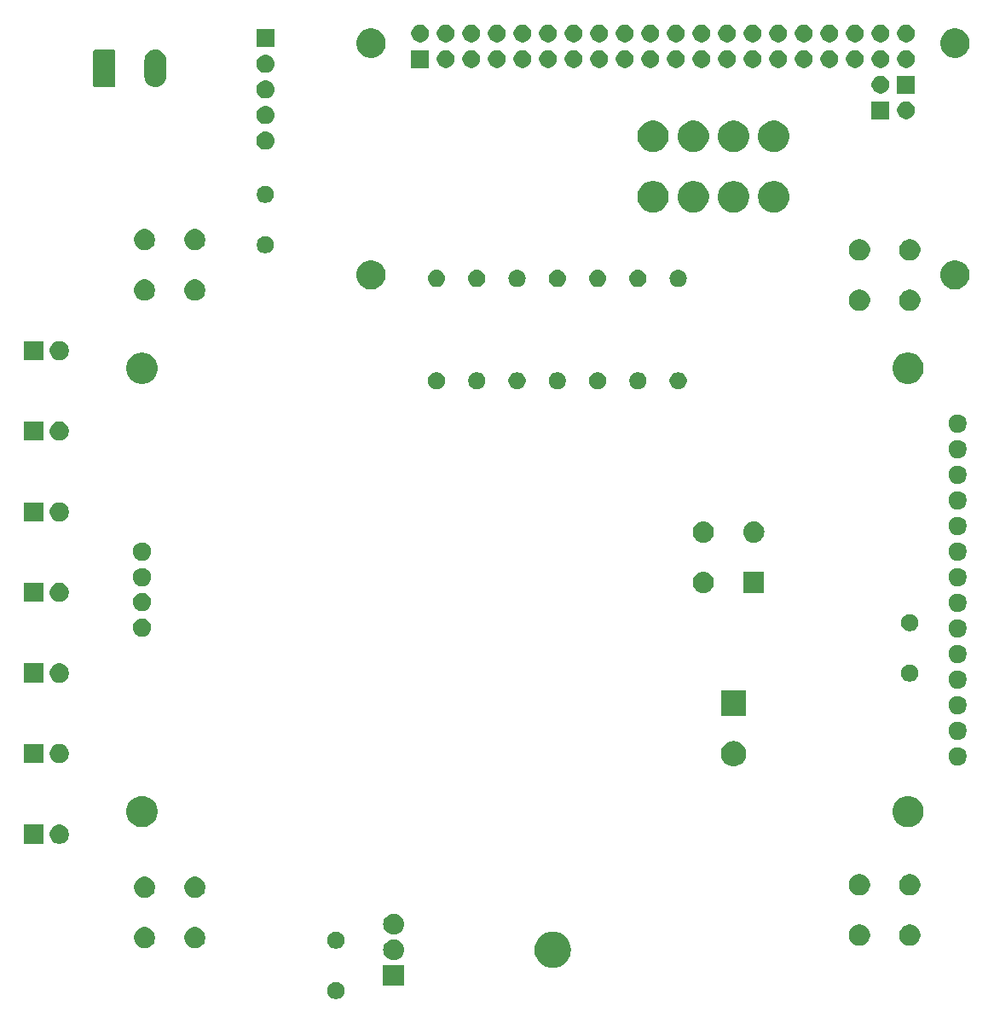
<source format=gbr>
G04 #@! TF.GenerationSoftware,KiCad,Pcbnew,5.0.1*
G04 #@! TF.CreationDate,2019-02-23T16:19:39+01:00*
G04 #@! TF.ProjectId,display,646973706C61792E6B696361645F7063,rev?*
G04 #@! TF.SameCoordinates,Original*
G04 #@! TF.FileFunction,Soldermask,Top*
G04 #@! TF.FilePolarity,Negative*
%FSLAX46Y46*%
G04 Gerber Fmt 4.6, Leading zero omitted, Abs format (unit mm)*
G04 Created by KiCad (PCBNEW 5.0.1) date Sat 23 Feb 2019 16:19:39 CET*
%MOMM*%
%LPD*%
G01*
G04 APERTURE LIST*
%ADD10C,0.100000*%
G04 APERTURE END LIST*
D10*
G36*
X120248228Y-146681703D02*
X120403100Y-146745853D01*
X120542481Y-146838985D01*
X120661015Y-146957519D01*
X120754147Y-147096900D01*
X120818297Y-147251772D01*
X120851000Y-147416184D01*
X120851000Y-147583816D01*
X120818297Y-147748228D01*
X120754147Y-147903100D01*
X120661015Y-148042481D01*
X120542481Y-148161015D01*
X120403100Y-148254147D01*
X120248228Y-148318297D01*
X120083816Y-148351000D01*
X119916184Y-148351000D01*
X119751772Y-148318297D01*
X119596900Y-148254147D01*
X119457519Y-148161015D01*
X119338985Y-148042481D01*
X119245853Y-147903100D01*
X119181703Y-147748228D01*
X119149000Y-147583816D01*
X119149000Y-147416184D01*
X119181703Y-147251772D01*
X119245853Y-147096900D01*
X119338985Y-146957519D01*
X119457519Y-146838985D01*
X119596900Y-146745853D01*
X119751772Y-146681703D01*
X119916184Y-146649000D01*
X120083816Y-146649000D01*
X120248228Y-146681703D01*
X120248228Y-146681703D01*
G37*
G36*
X126801000Y-147003500D02*
X124699000Y-147003500D01*
X124699000Y-144996500D01*
X126801000Y-144996500D01*
X126801000Y-147003500D01*
X126801000Y-147003500D01*
G37*
G36*
X141726669Y-141667686D02*
X141903058Y-141685059D01*
X142124277Y-141752165D01*
X142242549Y-141788042D01*
X142555425Y-141955279D01*
X142829661Y-142180339D01*
X143054721Y-142454575D01*
X143221958Y-142767451D01*
X143221958Y-142767452D01*
X143324941Y-143106942D01*
X143359714Y-143460000D01*
X143324941Y-143813058D01*
X143262102Y-144020210D01*
X143221958Y-144152549D01*
X143054721Y-144465425D01*
X142829661Y-144739661D01*
X142555425Y-144964721D01*
X142242549Y-145131958D01*
X142129385Y-145166286D01*
X141903058Y-145234941D01*
X141726669Y-145252314D01*
X141638476Y-145261000D01*
X141461524Y-145261000D01*
X141373331Y-145252314D01*
X141196942Y-145234941D01*
X140970615Y-145166286D01*
X140857451Y-145131958D01*
X140544575Y-144964721D01*
X140270339Y-144739661D01*
X140045279Y-144465425D01*
X139878042Y-144152549D01*
X139837898Y-144020210D01*
X139775059Y-143813058D01*
X139740286Y-143460000D01*
X139775059Y-143106942D01*
X139878042Y-142767452D01*
X139878042Y-142767451D01*
X140045279Y-142454575D01*
X140270339Y-142180339D01*
X140544575Y-141955279D01*
X140857451Y-141788042D01*
X140975723Y-141752165D01*
X141196942Y-141685059D01*
X141373331Y-141667686D01*
X141461524Y-141659000D01*
X141638476Y-141659000D01*
X141726669Y-141667686D01*
X141726669Y-141667686D01*
G37*
G36*
X125905764Y-142462308D02*
X125994220Y-142471020D01*
X126183381Y-142528401D01*
X126357712Y-142621583D01*
X126510515Y-142746985D01*
X126635917Y-142899788D01*
X126729099Y-143074119D01*
X126786480Y-143263280D01*
X126805855Y-143460000D01*
X126786480Y-143656720D01*
X126729099Y-143845881D01*
X126635917Y-144020212D01*
X126510515Y-144173015D01*
X126357712Y-144298417D01*
X126183381Y-144391599D01*
X125994220Y-144448980D01*
X125905764Y-144457692D01*
X125846796Y-144463500D01*
X125653204Y-144463500D01*
X125594236Y-144457692D01*
X125505780Y-144448980D01*
X125316619Y-144391599D01*
X125142288Y-144298417D01*
X124989485Y-144173015D01*
X124864083Y-144020212D01*
X124770901Y-143845881D01*
X124713520Y-143656720D01*
X124694145Y-143460000D01*
X124713520Y-143263280D01*
X124770901Y-143074119D01*
X124864083Y-142899788D01*
X124989485Y-142746985D01*
X125142288Y-142621583D01*
X125316619Y-142528401D01*
X125505780Y-142471020D01*
X125594236Y-142462308D01*
X125653204Y-142456500D01*
X125846796Y-142456500D01*
X125905764Y-142462308D01*
X125905764Y-142462308D01*
G37*
G36*
X120248228Y-141681703D02*
X120403100Y-141745853D01*
X120542481Y-141838985D01*
X120661015Y-141957519D01*
X120754147Y-142096900D01*
X120818297Y-142251772D01*
X120851000Y-142416184D01*
X120851000Y-142583816D01*
X120818297Y-142748228D01*
X120754147Y-142903100D01*
X120661015Y-143042481D01*
X120542481Y-143161015D01*
X120403100Y-143254147D01*
X120248228Y-143318297D01*
X120083816Y-143351000D01*
X119916184Y-143351000D01*
X119751772Y-143318297D01*
X119596900Y-143254147D01*
X119457519Y-143161015D01*
X119338985Y-143042481D01*
X119245853Y-142903100D01*
X119181703Y-142748228D01*
X119149000Y-142583816D01*
X119149000Y-142416184D01*
X119181703Y-142251772D01*
X119245853Y-142096900D01*
X119338985Y-141957519D01*
X119457519Y-141838985D01*
X119596900Y-141745853D01*
X119751772Y-141681703D01*
X119916184Y-141649000D01*
X120083816Y-141649000D01*
X120248228Y-141681703D01*
X120248228Y-141681703D01*
G37*
G36*
X106306565Y-141239389D02*
X106497834Y-141318615D01*
X106669976Y-141433637D01*
X106816363Y-141580024D01*
X106931385Y-141752166D01*
X107010611Y-141943435D01*
X107051000Y-142146484D01*
X107051000Y-142353516D01*
X107010611Y-142556565D01*
X106931385Y-142747834D01*
X106816363Y-142919976D01*
X106669976Y-143066363D01*
X106497834Y-143181385D01*
X106306565Y-143260611D01*
X106103516Y-143301000D01*
X105896484Y-143301000D01*
X105693435Y-143260611D01*
X105502166Y-143181385D01*
X105330024Y-143066363D01*
X105183637Y-142919976D01*
X105068615Y-142747834D01*
X104989389Y-142556565D01*
X104949000Y-142353516D01*
X104949000Y-142146484D01*
X104989389Y-141943435D01*
X105068615Y-141752166D01*
X105183637Y-141580024D01*
X105330024Y-141433637D01*
X105502166Y-141318615D01*
X105693435Y-141239389D01*
X105896484Y-141199000D01*
X106103516Y-141199000D01*
X106306565Y-141239389D01*
X106306565Y-141239389D01*
G37*
G36*
X101306565Y-141239389D02*
X101497834Y-141318615D01*
X101669976Y-141433637D01*
X101816363Y-141580024D01*
X101931385Y-141752166D01*
X102010611Y-141943435D01*
X102051000Y-142146484D01*
X102051000Y-142353516D01*
X102010611Y-142556565D01*
X101931385Y-142747834D01*
X101816363Y-142919976D01*
X101669976Y-143066363D01*
X101497834Y-143181385D01*
X101306565Y-143260611D01*
X101103516Y-143301000D01*
X100896484Y-143301000D01*
X100693435Y-143260611D01*
X100502166Y-143181385D01*
X100330024Y-143066363D01*
X100183637Y-142919976D01*
X100068615Y-142747834D01*
X99989389Y-142556565D01*
X99949000Y-142353516D01*
X99949000Y-142146484D01*
X99989389Y-141943435D01*
X100068615Y-141752166D01*
X100183637Y-141580024D01*
X100330024Y-141433637D01*
X100502166Y-141318615D01*
X100693435Y-141239389D01*
X100896484Y-141199000D01*
X101103516Y-141199000D01*
X101306565Y-141239389D01*
X101306565Y-141239389D01*
G37*
G36*
X177306565Y-140989389D02*
X177497834Y-141068615D01*
X177669976Y-141183637D01*
X177816363Y-141330024D01*
X177931385Y-141502166D01*
X178010611Y-141693435D01*
X178051000Y-141896484D01*
X178051000Y-142103516D01*
X178010611Y-142306565D01*
X177931385Y-142497834D01*
X177816363Y-142669976D01*
X177669976Y-142816363D01*
X177497834Y-142931385D01*
X177306565Y-143010611D01*
X177103516Y-143051000D01*
X176896484Y-143051000D01*
X176693435Y-143010611D01*
X176502166Y-142931385D01*
X176330024Y-142816363D01*
X176183637Y-142669976D01*
X176068615Y-142497834D01*
X175989389Y-142306565D01*
X175949000Y-142103516D01*
X175949000Y-141896484D01*
X175989389Y-141693435D01*
X176068615Y-141502166D01*
X176183637Y-141330024D01*
X176330024Y-141183637D01*
X176502166Y-141068615D01*
X176693435Y-140989389D01*
X176896484Y-140949000D01*
X177103516Y-140949000D01*
X177306565Y-140989389D01*
X177306565Y-140989389D01*
G37*
G36*
X172306565Y-140989389D02*
X172497834Y-141068615D01*
X172669976Y-141183637D01*
X172816363Y-141330024D01*
X172931385Y-141502166D01*
X173010611Y-141693435D01*
X173051000Y-141896484D01*
X173051000Y-142103516D01*
X173010611Y-142306565D01*
X172931385Y-142497834D01*
X172816363Y-142669976D01*
X172669976Y-142816363D01*
X172497834Y-142931385D01*
X172306565Y-143010611D01*
X172103516Y-143051000D01*
X171896484Y-143051000D01*
X171693435Y-143010611D01*
X171502166Y-142931385D01*
X171330024Y-142816363D01*
X171183637Y-142669976D01*
X171068615Y-142497834D01*
X170989389Y-142306565D01*
X170949000Y-142103516D01*
X170949000Y-141896484D01*
X170989389Y-141693435D01*
X171068615Y-141502166D01*
X171183637Y-141330024D01*
X171330024Y-141183637D01*
X171502166Y-141068615D01*
X171693435Y-140989389D01*
X171896484Y-140949000D01*
X172103516Y-140949000D01*
X172306565Y-140989389D01*
X172306565Y-140989389D01*
G37*
G36*
X125905764Y-139922308D02*
X125994220Y-139931020D01*
X126183381Y-139988401D01*
X126357712Y-140081583D01*
X126510515Y-140206985D01*
X126635917Y-140359788D01*
X126729099Y-140534119D01*
X126786480Y-140723280D01*
X126805855Y-140920000D01*
X126786480Y-141116720D01*
X126729099Y-141305881D01*
X126635917Y-141480212D01*
X126510515Y-141633015D01*
X126357712Y-141758417D01*
X126183381Y-141851599D01*
X125994220Y-141908980D01*
X125905764Y-141917692D01*
X125846796Y-141923500D01*
X125653204Y-141923500D01*
X125594236Y-141917692D01*
X125505780Y-141908980D01*
X125316619Y-141851599D01*
X125142288Y-141758417D01*
X124989485Y-141633015D01*
X124864083Y-141480212D01*
X124770901Y-141305881D01*
X124713520Y-141116720D01*
X124694145Y-140920000D01*
X124713520Y-140723280D01*
X124770901Y-140534119D01*
X124864083Y-140359788D01*
X124989485Y-140206985D01*
X125142288Y-140081583D01*
X125316619Y-139988401D01*
X125505780Y-139931020D01*
X125594236Y-139922308D01*
X125653204Y-139916500D01*
X125846796Y-139916500D01*
X125905764Y-139922308D01*
X125905764Y-139922308D01*
G37*
G36*
X101306565Y-136239389D02*
X101497834Y-136318615D01*
X101669976Y-136433637D01*
X101816363Y-136580024D01*
X101931385Y-136752166D01*
X102010611Y-136943435D01*
X102051000Y-137146484D01*
X102051000Y-137353516D01*
X102010611Y-137556565D01*
X101931385Y-137747834D01*
X101816363Y-137919976D01*
X101669976Y-138066363D01*
X101497834Y-138181385D01*
X101306565Y-138260611D01*
X101103516Y-138301000D01*
X100896484Y-138301000D01*
X100693435Y-138260611D01*
X100502166Y-138181385D01*
X100330024Y-138066363D01*
X100183637Y-137919976D01*
X100068615Y-137747834D01*
X99989389Y-137556565D01*
X99949000Y-137353516D01*
X99949000Y-137146484D01*
X99989389Y-136943435D01*
X100068615Y-136752166D01*
X100183637Y-136580024D01*
X100330024Y-136433637D01*
X100502166Y-136318615D01*
X100693435Y-136239389D01*
X100896484Y-136199000D01*
X101103516Y-136199000D01*
X101306565Y-136239389D01*
X101306565Y-136239389D01*
G37*
G36*
X106306565Y-136239389D02*
X106497834Y-136318615D01*
X106669976Y-136433637D01*
X106816363Y-136580024D01*
X106931385Y-136752166D01*
X107010611Y-136943435D01*
X107051000Y-137146484D01*
X107051000Y-137353516D01*
X107010611Y-137556565D01*
X106931385Y-137747834D01*
X106816363Y-137919976D01*
X106669976Y-138066363D01*
X106497834Y-138181385D01*
X106306565Y-138260611D01*
X106103516Y-138301000D01*
X105896484Y-138301000D01*
X105693435Y-138260611D01*
X105502166Y-138181385D01*
X105330024Y-138066363D01*
X105183637Y-137919976D01*
X105068615Y-137747834D01*
X104989389Y-137556565D01*
X104949000Y-137353516D01*
X104949000Y-137146484D01*
X104989389Y-136943435D01*
X105068615Y-136752166D01*
X105183637Y-136580024D01*
X105330024Y-136433637D01*
X105502166Y-136318615D01*
X105693435Y-136239389D01*
X105896484Y-136199000D01*
X106103516Y-136199000D01*
X106306565Y-136239389D01*
X106306565Y-136239389D01*
G37*
G36*
X177306565Y-135989389D02*
X177497834Y-136068615D01*
X177669976Y-136183637D01*
X177816363Y-136330024D01*
X177931385Y-136502166D01*
X178010611Y-136693435D01*
X178051000Y-136896484D01*
X178051000Y-137103516D01*
X178010611Y-137306565D01*
X177931385Y-137497834D01*
X177816363Y-137669976D01*
X177669976Y-137816363D01*
X177497834Y-137931385D01*
X177306565Y-138010611D01*
X177103516Y-138051000D01*
X176896484Y-138051000D01*
X176693435Y-138010611D01*
X176502166Y-137931385D01*
X176330024Y-137816363D01*
X176183637Y-137669976D01*
X176068615Y-137497834D01*
X175989389Y-137306565D01*
X175949000Y-137103516D01*
X175949000Y-136896484D01*
X175989389Y-136693435D01*
X176068615Y-136502166D01*
X176183637Y-136330024D01*
X176330024Y-136183637D01*
X176502166Y-136068615D01*
X176693435Y-135989389D01*
X176896484Y-135949000D01*
X177103516Y-135949000D01*
X177306565Y-135989389D01*
X177306565Y-135989389D01*
G37*
G36*
X172306565Y-135989389D02*
X172497834Y-136068615D01*
X172669976Y-136183637D01*
X172816363Y-136330024D01*
X172931385Y-136502166D01*
X173010611Y-136693435D01*
X173051000Y-136896484D01*
X173051000Y-137103516D01*
X173010611Y-137306565D01*
X172931385Y-137497834D01*
X172816363Y-137669976D01*
X172669976Y-137816363D01*
X172497834Y-137931385D01*
X172306565Y-138010611D01*
X172103516Y-138051000D01*
X171896484Y-138051000D01*
X171693435Y-138010611D01*
X171502166Y-137931385D01*
X171330024Y-137816363D01*
X171183637Y-137669976D01*
X171068615Y-137497834D01*
X170989389Y-137306565D01*
X170949000Y-137103516D01*
X170949000Y-136896484D01*
X170989389Y-136693435D01*
X171068615Y-136502166D01*
X171183637Y-136330024D01*
X171330024Y-136183637D01*
X171502166Y-136068615D01*
X171693435Y-135989389D01*
X171896484Y-135949000D01*
X172103516Y-135949000D01*
X172306565Y-135989389D01*
X172306565Y-135989389D01*
G37*
G36*
X90951000Y-132951000D02*
X89049000Y-132951000D01*
X89049000Y-131049000D01*
X90951000Y-131049000D01*
X90951000Y-132951000D01*
X90951000Y-132951000D01*
G37*
G36*
X92817396Y-131085546D02*
X92990466Y-131157234D01*
X93146230Y-131261312D01*
X93278688Y-131393770D01*
X93382766Y-131549534D01*
X93454454Y-131722604D01*
X93491000Y-131906333D01*
X93491000Y-132093667D01*
X93454454Y-132277396D01*
X93382766Y-132450466D01*
X93278688Y-132606230D01*
X93146230Y-132738688D01*
X92990466Y-132842766D01*
X92817396Y-132914454D01*
X92633667Y-132951000D01*
X92446333Y-132951000D01*
X92262604Y-132914454D01*
X92089534Y-132842766D01*
X91933770Y-132738688D01*
X91801312Y-132606230D01*
X91697234Y-132450466D01*
X91625546Y-132277396D01*
X91589000Y-132093667D01*
X91589000Y-131906333D01*
X91625546Y-131722604D01*
X91697234Y-131549534D01*
X91801312Y-131393770D01*
X91933770Y-131261312D01*
X92089534Y-131157234D01*
X92262604Y-131085546D01*
X92446333Y-131049000D01*
X92633667Y-131049000D01*
X92817396Y-131085546D01*
X92817396Y-131085546D01*
G37*
G36*
X177182527Y-128238736D02*
X177282410Y-128258604D01*
X177564674Y-128375521D01*
X177818705Y-128545259D01*
X178034741Y-128761295D01*
X178204479Y-129015326D01*
X178321396Y-129297590D01*
X178381000Y-129597240D01*
X178381000Y-129902760D01*
X178321396Y-130202410D01*
X178204479Y-130484674D01*
X178034741Y-130738705D01*
X177818705Y-130954741D01*
X177564674Y-131124479D01*
X177282410Y-131241396D01*
X177182527Y-131261264D01*
X176982762Y-131301000D01*
X176677238Y-131301000D01*
X176477473Y-131261264D01*
X176377590Y-131241396D01*
X176095326Y-131124479D01*
X175841295Y-130954741D01*
X175625259Y-130738705D01*
X175455521Y-130484674D01*
X175338604Y-130202410D01*
X175279000Y-129902760D01*
X175279000Y-129597240D01*
X175338604Y-129297590D01*
X175455521Y-129015326D01*
X175625259Y-128761295D01*
X175841295Y-128545259D01*
X176095326Y-128375521D01*
X176377590Y-128258604D01*
X176477473Y-128238736D01*
X176677238Y-128199000D01*
X176982762Y-128199000D01*
X177182527Y-128238736D01*
X177182527Y-128238736D01*
G37*
G36*
X101102527Y-128238736D02*
X101202410Y-128258604D01*
X101484674Y-128375521D01*
X101738705Y-128545259D01*
X101954741Y-128761295D01*
X102124479Y-129015326D01*
X102241396Y-129297590D01*
X102301000Y-129597240D01*
X102301000Y-129902760D01*
X102241396Y-130202410D01*
X102124479Y-130484674D01*
X101954741Y-130738705D01*
X101738705Y-130954741D01*
X101484674Y-131124479D01*
X101202410Y-131241396D01*
X101102527Y-131261264D01*
X100902762Y-131301000D01*
X100597238Y-131301000D01*
X100397473Y-131261264D01*
X100297590Y-131241396D01*
X100015326Y-131124479D01*
X99761295Y-130954741D01*
X99545259Y-130738705D01*
X99375521Y-130484674D01*
X99258604Y-130202410D01*
X99199000Y-129902760D01*
X99199000Y-129597240D01*
X99258604Y-129297590D01*
X99375521Y-129015326D01*
X99545259Y-128761295D01*
X99761295Y-128545259D01*
X100015326Y-128375521D01*
X100297590Y-128258604D01*
X100397473Y-128238736D01*
X100597238Y-128199000D01*
X100902762Y-128199000D01*
X101102527Y-128238736D01*
X101102527Y-128238736D01*
G37*
G36*
X159683636Y-122761019D02*
X159864903Y-122797075D01*
X160092571Y-122891378D01*
X160296542Y-123027668D01*
X160297469Y-123028287D01*
X160471713Y-123202531D01*
X160471715Y-123202534D01*
X160608622Y-123407429D01*
X160702925Y-123635097D01*
X160751000Y-123876787D01*
X160751000Y-124123213D01*
X160702925Y-124364903D01*
X160608622Y-124592571D01*
X160510989Y-124738688D01*
X160471713Y-124797469D01*
X160297469Y-124971713D01*
X160297466Y-124971715D01*
X160092571Y-125108622D01*
X159864903Y-125202925D01*
X159683635Y-125238981D01*
X159623214Y-125251000D01*
X159376786Y-125251000D01*
X159316365Y-125238981D01*
X159135097Y-125202925D01*
X158907429Y-125108622D01*
X158702534Y-124971715D01*
X158702531Y-124971713D01*
X158528287Y-124797469D01*
X158489011Y-124738688D01*
X158391378Y-124592571D01*
X158297075Y-124364903D01*
X158249000Y-124123213D01*
X158249000Y-123876787D01*
X158297075Y-123635097D01*
X158391378Y-123407429D01*
X158528285Y-123202534D01*
X158528287Y-123202531D01*
X158702531Y-123028287D01*
X158703458Y-123027668D01*
X158907429Y-122891378D01*
X159135097Y-122797075D01*
X159316364Y-122761019D01*
X159376786Y-122749000D01*
X159623214Y-122749000D01*
X159683636Y-122761019D01*
X159683636Y-122761019D01*
G37*
G36*
X182012812Y-123393624D02*
X182176784Y-123461544D01*
X182324354Y-123560147D01*
X182449853Y-123685646D01*
X182548456Y-123833216D01*
X182616376Y-123997188D01*
X182651000Y-124171259D01*
X182651000Y-124348741D01*
X182616376Y-124522812D01*
X182548456Y-124686784D01*
X182449853Y-124834354D01*
X182324354Y-124959853D01*
X182176784Y-125058456D01*
X182012812Y-125126376D01*
X181838741Y-125161000D01*
X181661259Y-125161000D01*
X181487188Y-125126376D01*
X181323216Y-125058456D01*
X181175646Y-124959853D01*
X181050147Y-124834354D01*
X180951544Y-124686784D01*
X180883624Y-124522812D01*
X180849000Y-124348741D01*
X180849000Y-124171259D01*
X180883624Y-123997188D01*
X180951544Y-123833216D01*
X181050147Y-123685646D01*
X181175646Y-123560147D01*
X181323216Y-123461544D01*
X181487188Y-123393624D01*
X181661259Y-123359000D01*
X181838741Y-123359000D01*
X182012812Y-123393624D01*
X182012812Y-123393624D01*
G37*
G36*
X92817396Y-123085546D02*
X92990466Y-123157234D01*
X93146230Y-123261312D01*
X93278688Y-123393770D01*
X93382766Y-123549534D01*
X93454454Y-123722604D01*
X93491000Y-123906333D01*
X93491000Y-124093667D01*
X93454454Y-124277396D01*
X93382766Y-124450466D01*
X93278688Y-124606230D01*
X93146230Y-124738688D01*
X92990466Y-124842766D01*
X92817396Y-124914454D01*
X92633667Y-124951000D01*
X92446333Y-124951000D01*
X92262604Y-124914454D01*
X92089534Y-124842766D01*
X91933770Y-124738688D01*
X91801312Y-124606230D01*
X91697234Y-124450466D01*
X91625546Y-124277396D01*
X91589000Y-124093667D01*
X91589000Y-123906333D01*
X91625546Y-123722604D01*
X91697234Y-123549534D01*
X91801312Y-123393770D01*
X91933770Y-123261312D01*
X92089534Y-123157234D01*
X92262604Y-123085546D01*
X92446333Y-123049000D01*
X92633667Y-123049000D01*
X92817396Y-123085546D01*
X92817396Y-123085546D01*
G37*
G36*
X90951000Y-124951000D02*
X89049000Y-124951000D01*
X89049000Y-123049000D01*
X90951000Y-123049000D01*
X90951000Y-124951000D01*
X90951000Y-124951000D01*
G37*
G36*
X182012812Y-120853624D02*
X182176784Y-120921544D01*
X182324354Y-121020147D01*
X182449853Y-121145646D01*
X182548456Y-121293216D01*
X182616376Y-121457188D01*
X182651000Y-121631259D01*
X182651000Y-121808741D01*
X182616376Y-121982812D01*
X182548456Y-122146784D01*
X182449853Y-122294354D01*
X182324354Y-122419853D01*
X182176784Y-122518456D01*
X182012812Y-122586376D01*
X181838741Y-122621000D01*
X181661259Y-122621000D01*
X181487188Y-122586376D01*
X181323216Y-122518456D01*
X181175646Y-122419853D01*
X181050147Y-122294354D01*
X180951544Y-122146784D01*
X180883624Y-121982812D01*
X180849000Y-121808741D01*
X180849000Y-121631259D01*
X180883624Y-121457188D01*
X180951544Y-121293216D01*
X181050147Y-121145646D01*
X181175646Y-121020147D01*
X181323216Y-120921544D01*
X181487188Y-120853624D01*
X181661259Y-120819000D01*
X181838741Y-120819000D01*
X182012812Y-120853624D01*
X182012812Y-120853624D01*
G37*
G36*
X160751000Y-120251000D02*
X158249000Y-120251000D01*
X158249000Y-117749000D01*
X160751000Y-117749000D01*
X160751000Y-120251000D01*
X160751000Y-120251000D01*
G37*
G36*
X182012812Y-118313624D02*
X182176784Y-118381544D01*
X182324354Y-118480147D01*
X182449853Y-118605646D01*
X182548456Y-118753216D01*
X182616376Y-118917188D01*
X182651000Y-119091259D01*
X182651000Y-119268741D01*
X182616376Y-119442812D01*
X182548456Y-119606784D01*
X182449853Y-119754354D01*
X182324354Y-119879853D01*
X182176784Y-119978456D01*
X182012812Y-120046376D01*
X181838741Y-120081000D01*
X181661259Y-120081000D01*
X181487188Y-120046376D01*
X181323216Y-119978456D01*
X181175646Y-119879853D01*
X181050147Y-119754354D01*
X180951544Y-119606784D01*
X180883624Y-119442812D01*
X180849000Y-119268741D01*
X180849000Y-119091259D01*
X180883624Y-118917188D01*
X180951544Y-118753216D01*
X181050147Y-118605646D01*
X181175646Y-118480147D01*
X181323216Y-118381544D01*
X181487188Y-118313624D01*
X181661259Y-118279000D01*
X181838741Y-118279000D01*
X182012812Y-118313624D01*
X182012812Y-118313624D01*
G37*
G36*
X182012812Y-115773624D02*
X182176784Y-115841544D01*
X182324354Y-115940147D01*
X182449853Y-116065646D01*
X182548456Y-116213216D01*
X182616376Y-116377188D01*
X182651000Y-116551259D01*
X182651000Y-116728741D01*
X182616376Y-116902812D01*
X182548456Y-117066784D01*
X182449853Y-117214354D01*
X182324354Y-117339853D01*
X182176784Y-117438456D01*
X182012812Y-117506376D01*
X181838741Y-117541000D01*
X181661259Y-117541000D01*
X181487188Y-117506376D01*
X181323216Y-117438456D01*
X181175646Y-117339853D01*
X181050147Y-117214354D01*
X180951544Y-117066784D01*
X180883624Y-116902812D01*
X180849000Y-116728741D01*
X180849000Y-116551259D01*
X180883624Y-116377188D01*
X180951544Y-116213216D01*
X181050147Y-116065646D01*
X181175646Y-115940147D01*
X181323216Y-115841544D01*
X181487188Y-115773624D01*
X181661259Y-115739000D01*
X181838741Y-115739000D01*
X182012812Y-115773624D01*
X182012812Y-115773624D01*
G37*
G36*
X92817396Y-115085546D02*
X92990466Y-115157234D01*
X93146230Y-115261312D01*
X93278688Y-115393770D01*
X93382766Y-115549534D01*
X93454454Y-115722604D01*
X93491000Y-115906333D01*
X93491000Y-116093667D01*
X93454454Y-116277396D01*
X93382766Y-116450466D01*
X93278688Y-116606230D01*
X93146230Y-116738688D01*
X92990466Y-116842766D01*
X92817396Y-116914454D01*
X92633667Y-116951000D01*
X92446333Y-116951000D01*
X92262604Y-116914454D01*
X92089534Y-116842766D01*
X91933770Y-116738688D01*
X91801312Y-116606230D01*
X91697234Y-116450466D01*
X91625546Y-116277396D01*
X91589000Y-116093667D01*
X91589000Y-115906333D01*
X91625546Y-115722604D01*
X91697234Y-115549534D01*
X91801312Y-115393770D01*
X91933770Y-115261312D01*
X92089534Y-115157234D01*
X92262604Y-115085546D01*
X92446333Y-115049000D01*
X92633667Y-115049000D01*
X92817396Y-115085546D01*
X92817396Y-115085546D01*
G37*
G36*
X90951000Y-116951000D02*
X89049000Y-116951000D01*
X89049000Y-115049000D01*
X90951000Y-115049000D01*
X90951000Y-116951000D01*
X90951000Y-116951000D01*
G37*
G36*
X177248228Y-115181703D02*
X177403100Y-115245853D01*
X177542481Y-115338985D01*
X177661015Y-115457519D01*
X177754147Y-115596900D01*
X177818297Y-115751772D01*
X177851000Y-115916184D01*
X177851000Y-116083816D01*
X177818297Y-116248228D01*
X177754147Y-116403100D01*
X177661015Y-116542481D01*
X177542481Y-116661015D01*
X177403100Y-116754147D01*
X177248228Y-116818297D01*
X177083816Y-116851000D01*
X176916184Y-116851000D01*
X176751772Y-116818297D01*
X176596900Y-116754147D01*
X176457519Y-116661015D01*
X176338985Y-116542481D01*
X176245853Y-116403100D01*
X176181703Y-116248228D01*
X176149000Y-116083816D01*
X176149000Y-115916184D01*
X176181703Y-115751772D01*
X176245853Y-115596900D01*
X176338985Y-115457519D01*
X176457519Y-115338985D01*
X176596900Y-115245853D01*
X176751772Y-115181703D01*
X176916184Y-115149000D01*
X177083816Y-115149000D01*
X177248228Y-115181703D01*
X177248228Y-115181703D01*
G37*
G36*
X182012812Y-113233624D02*
X182176784Y-113301544D01*
X182324354Y-113400147D01*
X182449853Y-113525646D01*
X182548456Y-113673216D01*
X182616376Y-113837188D01*
X182651000Y-114011259D01*
X182651000Y-114188741D01*
X182616376Y-114362812D01*
X182548456Y-114526784D01*
X182449853Y-114674354D01*
X182324354Y-114799853D01*
X182176784Y-114898456D01*
X182012812Y-114966376D01*
X181838741Y-115001000D01*
X181661259Y-115001000D01*
X181487188Y-114966376D01*
X181323216Y-114898456D01*
X181175646Y-114799853D01*
X181050147Y-114674354D01*
X180951544Y-114526784D01*
X180883624Y-114362812D01*
X180849000Y-114188741D01*
X180849000Y-114011259D01*
X180883624Y-113837188D01*
X180951544Y-113673216D01*
X181050147Y-113525646D01*
X181175646Y-113400147D01*
X181323216Y-113301544D01*
X181487188Y-113233624D01*
X181661259Y-113199000D01*
X181838741Y-113199000D01*
X182012812Y-113233624D01*
X182012812Y-113233624D01*
G37*
G36*
X182012812Y-110693624D02*
X182176784Y-110761544D01*
X182324354Y-110860147D01*
X182449853Y-110985646D01*
X182548456Y-111133216D01*
X182616376Y-111297188D01*
X182651000Y-111471259D01*
X182651000Y-111648741D01*
X182616376Y-111822812D01*
X182548456Y-111986784D01*
X182449853Y-112134354D01*
X182324354Y-112259853D01*
X182176784Y-112358456D01*
X182012812Y-112426376D01*
X181838741Y-112461000D01*
X181661259Y-112461000D01*
X181487188Y-112426376D01*
X181323216Y-112358456D01*
X181175646Y-112259853D01*
X181050147Y-112134354D01*
X180951544Y-111986784D01*
X180883624Y-111822812D01*
X180849000Y-111648741D01*
X180849000Y-111471259D01*
X180883624Y-111297188D01*
X180951544Y-111133216D01*
X181050147Y-110985646D01*
X181175646Y-110860147D01*
X181323216Y-110761544D01*
X181487188Y-110693624D01*
X181661259Y-110659000D01*
X181838741Y-110659000D01*
X182012812Y-110693624D01*
X182012812Y-110693624D01*
G37*
G36*
X101012812Y-110613624D02*
X101176784Y-110681544D01*
X101324354Y-110780147D01*
X101449853Y-110905646D01*
X101548456Y-111053216D01*
X101616376Y-111217188D01*
X101651000Y-111391259D01*
X101651000Y-111568741D01*
X101616376Y-111742812D01*
X101548456Y-111906784D01*
X101449853Y-112054354D01*
X101324354Y-112179853D01*
X101176784Y-112278456D01*
X101012812Y-112346376D01*
X100838741Y-112381000D01*
X100661259Y-112381000D01*
X100487188Y-112346376D01*
X100323216Y-112278456D01*
X100175646Y-112179853D01*
X100050147Y-112054354D01*
X99951544Y-111906784D01*
X99883624Y-111742812D01*
X99849000Y-111568741D01*
X99849000Y-111391259D01*
X99883624Y-111217188D01*
X99951544Y-111053216D01*
X100050147Y-110905646D01*
X100175646Y-110780147D01*
X100323216Y-110681544D01*
X100487188Y-110613624D01*
X100661259Y-110579000D01*
X100838741Y-110579000D01*
X101012812Y-110613624D01*
X101012812Y-110613624D01*
G37*
G36*
X177248228Y-110181703D02*
X177403100Y-110245853D01*
X177542481Y-110338985D01*
X177661015Y-110457519D01*
X177754147Y-110596900D01*
X177818297Y-110751772D01*
X177851000Y-110916184D01*
X177851000Y-111083816D01*
X177818297Y-111248228D01*
X177754147Y-111403100D01*
X177661015Y-111542481D01*
X177542481Y-111661015D01*
X177403100Y-111754147D01*
X177248228Y-111818297D01*
X177083816Y-111851000D01*
X176916184Y-111851000D01*
X176751772Y-111818297D01*
X176596900Y-111754147D01*
X176457519Y-111661015D01*
X176338985Y-111542481D01*
X176245853Y-111403100D01*
X176181703Y-111248228D01*
X176149000Y-111083816D01*
X176149000Y-110916184D01*
X176181703Y-110751772D01*
X176245853Y-110596900D01*
X176338985Y-110457519D01*
X176457519Y-110338985D01*
X176596900Y-110245853D01*
X176751772Y-110181703D01*
X176916184Y-110149000D01*
X177083816Y-110149000D01*
X177248228Y-110181703D01*
X177248228Y-110181703D01*
G37*
G36*
X182012812Y-108153624D02*
X182176784Y-108221544D01*
X182324354Y-108320147D01*
X182449853Y-108445646D01*
X182548456Y-108593216D01*
X182616376Y-108757188D01*
X182651000Y-108931259D01*
X182651000Y-109108741D01*
X182616376Y-109282812D01*
X182548456Y-109446784D01*
X182449853Y-109594354D01*
X182324354Y-109719853D01*
X182176784Y-109818456D01*
X182012812Y-109886376D01*
X181838741Y-109921000D01*
X181661259Y-109921000D01*
X181487188Y-109886376D01*
X181323216Y-109818456D01*
X181175646Y-109719853D01*
X181050147Y-109594354D01*
X180951544Y-109446784D01*
X180883624Y-109282812D01*
X180849000Y-109108741D01*
X180849000Y-108931259D01*
X180883624Y-108757188D01*
X180951544Y-108593216D01*
X181050147Y-108445646D01*
X181175646Y-108320147D01*
X181323216Y-108221544D01*
X181487188Y-108153624D01*
X181661259Y-108119000D01*
X181838741Y-108119000D01*
X182012812Y-108153624D01*
X182012812Y-108153624D01*
G37*
G36*
X101012812Y-108073624D02*
X101176784Y-108141544D01*
X101324354Y-108240147D01*
X101449853Y-108365646D01*
X101548456Y-108513216D01*
X101616376Y-108677188D01*
X101651000Y-108851259D01*
X101651000Y-109028741D01*
X101616376Y-109202812D01*
X101548456Y-109366784D01*
X101449853Y-109514354D01*
X101324354Y-109639853D01*
X101176784Y-109738456D01*
X101012812Y-109806376D01*
X100838741Y-109841000D01*
X100661259Y-109841000D01*
X100487188Y-109806376D01*
X100323216Y-109738456D01*
X100175646Y-109639853D01*
X100050147Y-109514354D01*
X99951544Y-109366784D01*
X99883624Y-109202812D01*
X99849000Y-109028741D01*
X99849000Y-108851259D01*
X99883624Y-108677188D01*
X99951544Y-108513216D01*
X100050147Y-108365646D01*
X100175646Y-108240147D01*
X100323216Y-108141544D01*
X100487188Y-108073624D01*
X100661259Y-108039000D01*
X100838741Y-108039000D01*
X101012812Y-108073624D01*
X101012812Y-108073624D01*
G37*
G36*
X92817396Y-107085546D02*
X92990466Y-107157234D01*
X93146230Y-107261312D01*
X93278688Y-107393770D01*
X93382766Y-107549534D01*
X93454454Y-107722604D01*
X93491000Y-107906333D01*
X93491000Y-108093667D01*
X93454454Y-108277396D01*
X93382766Y-108450466D01*
X93278688Y-108606230D01*
X93146230Y-108738688D01*
X92990466Y-108842766D01*
X92817396Y-108914454D01*
X92633667Y-108951000D01*
X92446333Y-108951000D01*
X92262604Y-108914454D01*
X92089534Y-108842766D01*
X91933770Y-108738688D01*
X91801312Y-108606230D01*
X91697234Y-108450466D01*
X91625546Y-108277396D01*
X91589000Y-108093667D01*
X91589000Y-107906333D01*
X91625546Y-107722604D01*
X91697234Y-107549534D01*
X91801312Y-107393770D01*
X91933770Y-107261312D01*
X92089534Y-107157234D01*
X92262604Y-107085546D01*
X92446333Y-107049000D01*
X92633667Y-107049000D01*
X92817396Y-107085546D01*
X92817396Y-107085546D01*
G37*
G36*
X90951000Y-108951000D02*
X89049000Y-108951000D01*
X89049000Y-107049000D01*
X90951000Y-107049000D01*
X90951000Y-108951000D01*
X90951000Y-108951000D01*
G37*
G36*
X162551000Y-108051000D02*
X160449000Y-108051000D01*
X160449000Y-105949000D01*
X162551000Y-105949000D01*
X162551000Y-108051000D01*
X162551000Y-108051000D01*
G37*
G36*
X156582510Y-105952041D02*
X156706032Y-105964207D01*
X156904146Y-106024305D01*
X157086729Y-106121897D01*
X157246765Y-106253235D01*
X157378103Y-106413271D01*
X157475695Y-106595854D01*
X157535793Y-106793968D01*
X157556085Y-107000000D01*
X157535793Y-107206032D01*
X157475695Y-107404146D01*
X157378103Y-107586729D01*
X157246765Y-107746765D01*
X157086729Y-107878103D01*
X156904146Y-107975695D01*
X156706032Y-108035793D01*
X156582510Y-108047959D01*
X156551631Y-108051000D01*
X156448369Y-108051000D01*
X156417490Y-108047959D01*
X156293968Y-108035793D01*
X156095854Y-107975695D01*
X155913271Y-107878103D01*
X155753235Y-107746765D01*
X155621897Y-107586729D01*
X155524305Y-107404146D01*
X155464207Y-107206032D01*
X155443915Y-107000000D01*
X155464207Y-106793968D01*
X155524305Y-106595854D01*
X155621897Y-106413271D01*
X155753235Y-106253235D01*
X155913271Y-106121897D01*
X156095854Y-106024305D01*
X156293968Y-105964207D01*
X156417490Y-105952041D01*
X156448369Y-105949000D01*
X156551631Y-105949000D01*
X156582510Y-105952041D01*
X156582510Y-105952041D01*
G37*
G36*
X101012812Y-105613624D02*
X101176784Y-105681544D01*
X101324354Y-105780147D01*
X101449853Y-105905646D01*
X101548456Y-106053216D01*
X101616376Y-106217188D01*
X101651000Y-106391259D01*
X101651000Y-106568741D01*
X101616376Y-106742812D01*
X101548456Y-106906784D01*
X101449853Y-107054354D01*
X101324354Y-107179853D01*
X101176784Y-107278456D01*
X101012812Y-107346376D01*
X100838741Y-107381000D01*
X100661259Y-107381000D01*
X100487188Y-107346376D01*
X100323216Y-107278456D01*
X100175646Y-107179853D01*
X100050147Y-107054354D01*
X99951544Y-106906784D01*
X99883624Y-106742812D01*
X99849000Y-106568741D01*
X99849000Y-106391259D01*
X99883624Y-106217188D01*
X99951544Y-106053216D01*
X100050147Y-105905646D01*
X100175646Y-105780147D01*
X100323216Y-105681544D01*
X100487188Y-105613624D01*
X100661259Y-105579000D01*
X100838741Y-105579000D01*
X101012812Y-105613624D01*
X101012812Y-105613624D01*
G37*
G36*
X182012812Y-105613624D02*
X182176784Y-105681544D01*
X182324354Y-105780147D01*
X182449853Y-105905646D01*
X182548456Y-106053216D01*
X182616376Y-106217188D01*
X182651000Y-106391259D01*
X182651000Y-106568741D01*
X182616376Y-106742812D01*
X182548456Y-106906784D01*
X182449853Y-107054354D01*
X182324354Y-107179853D01*
X182176784Y-107278456D01*
X182012812Y-107346376D01*
X181838741Y-107381000D01*
X181661259Y-107381000D01*
X181487188Y-107346376D01*
X181323216Y-107278456D01*
X181175646Y-107179853D01*
X181050147Y-107054354D01*
X180951544Y-106906784D01*
X180883624Y-106742812D01*
X180849000Y-106568741D01*
X180849000Y-106391259D01*
X180883624Y-106217188D01*
X180951544Y-106053216D01*
X181050147Y-105905646D01*
X181175646Y-105780147D01*
X181323216Y-105681544D01*
X181487188Y-105613624D01*
X181661259Y-105579000D01*
X181838741Y-105579000D01*
X182012812Y-105613624D01*
X182012812Y-105613624D01*
G37*
G36*
X101012812Y-103073624D02*
X101176784Y-103141544D01*
X101324354Y-103240147D01*
X101449853Y-103365646D01*
X101548456Y-103513216D01*
X101616376Y-103677188D01*
X101651000Y-103851259D01*
X101651000Y-104028741D01*
X101616376Y-104202812D01*
X101548456Y-104366784D01*
X101449853Y-104514354D01*
X101324354Y-104639853D01*
X101176784Y-104738456D01*
X101012812Y-104806376D01*
X100838741Y-104841000D01*
X100661259Y-104841000D01*
X100487188Y-104806376D01*
X100323216Y-104738456D01*
X100175646Y-104639853D01*
X100050147Y-104514354D01*
X99951544Y-104366784D01*
X99883624Y-104202812D01*
X99849000Y-104028741D01*
X99849000Y-103851259D01*
X99883624Y-103677188D01*
X99951544Y-103513216D01*
X100050147Y-103365646D01*
X100175646Y-103240147D01*
X100323216Y-103141544D01*
X100487188Y-103073624D01*
X100661259Y-103039000D01*
X100838741Y-103039000D01*
X101012812Y-103073624D01*
X101012812Y-103073624D01*
G37*
G36*
X182012812Y-103073624D02*
X182176784Y-103141544D01*
X182324354Y-103240147D01*
X182449853Y-103365646D01*
X182548456Y-103513216D01*
X182616376Y-103677188D01*
X182651000Y-103851259D01*
X182651000Y-104028741D01*
X182616376Y-104202812D01*
X182548456Y-104366784D01*
X182449853Y-104514354D01*
X182324354Y-104639853D01*
X182176784Y-104738456D01*
X182012812Y-104806376D01*
X181838741Y-104841000D01*
X181661259Y-104841000D01*
X181487188Y-104806376D01*
X181323216Y-104738456D01*
X181175646Y-104639853D01*
X181050147Y-104514354D01*
X180951544Y-104366784D01*
X180883624Y-104202812D01*
X180849000Y-104028741D01*
X180849000Y-103851259D01*
X180883624Y-103677188D01*
X180951544Y-103513216D01*
X181050147Y-103365646D01*
X181175646Y-103240147D01*
X181323216Y-103141544D01*
X181487188Y-103073624D01*
X181661259Y-103039000D01*
X181838741Y-103039000D01*
X182012812Y-103073624D01*
X182012812Y-103073624D01*
G37*
G36*
X156571937Y-100951000D02*
X156706032Y-100964207D01*
X156904146Y-101024305D01*
X157086729Y-101121897D01*
X157246765Y-101253235D01*
X157378103Y-101413271D01*
X157475695Y-101595854D01*
X157535793Y-101793968D01*
X157556085Y-102000000D01*
X157535793Y-102206032D01*
X157475695Y-102404146D01*
X157378103Y-102586729D01*
X157246765Y-102746765D01*
X157086729Y-102878103D01*
X156904146Y-102975695D01*
X156706032Y-103035793D01*
X156582510Y-103047959D01*
X156551631Y-103051000D01*
X156448369Y-103051000D01*
X156417490Y-103047959D01*
X156293968Y-103035793D01*
X156095854Y-102975695D01*
X155913271Y-102878103D01*
X155753235Y-102746765D01*
X155621897Y-102586729D01*
X155524305Y-102404146D01*
X155464207Y-102206032D01*
X155443915Y-102000000D01*
X155464207Y-101793968D01*
X155524305Y-101595854D01*
X155621897Y-101413271D01*
X155753235Y-101253235D01*
X155913271Y-101121897D01*
X156095854Y-101024305D01*
X156293968Y-100964207D01*
X156428063Y-100951000D01*
X156448369Y-100949000D01*
X156551631Y-100949000D01*
X156571937Y-100951000D01*
X156571937Y-100951000D01*
G37*
G36*
X161571937Y-100951000D02*
X161706032Y-100964207D01*
X161904146Y-101024305D01*
X162086729Y-101121897D01*
X162246765Y-101253235D01*
X162378103Y-101413271D01*
X162475695Y-101595854D01*
X162535793Y-101793968D01*
X162556085Y-102000000D01*
X162535793Y-102206032D01*
X162475695Y-102404146D01*
X162378103Y-102586729D01*
X162246765Y-102746765D01*
X162086729Y-102878103D01*
X161904146Y-102975695D01*
X161706032Y-103035793D01*
X161582510Y-103047959D01*
X161551631Y-103051000D01*
X161448369Y-103051000D01*
X161417490Y-103047959D01*
X161293968Y-103035793D01*
X161095854Y-102975695D01*
X160913271Y-102878103D01*
X160753235Y-102746765D01*
X160621897Y-102586729D01*
X160524305Y-102404146D01*
X160464207Y-102206032D01*
X160443915Y-102000000D01*
X160464207Y-101793968D01*
X160524305Y-101595854D01*
X160621897Y-101413271D01*
X160753235Y-101253235D01*
X160913271Y-101121897D01*
X161095854Y-101024305D01*
X161293968Y-100964207D01*
X161428063Y-100951000D01*
X161448369Y-100949000D01*
X161551631Y-100949000D01*
X161571937Y-100951000D01*
X161571937Y-100951000D01*
G37*
G36*
X182012812Y-100533624D02*
X182176784Y-100601544D01*
X182324354Y-100700147D01*
X182449853Y-100825646D01*
X182548456Y-100973216D01*
X182616376Y-101137188D01*
X182651000Y-101311259D01*
X182651000Y-101488741D01*
X182616376Y-101662812D01*
X182548456Y-101826784D01*
X182449853Y-101974354D01*
X182324354Y-102099853D01*
X182176784Y-102198456D01*
X182012812Y-102266376D01*
X181838741Y-102301000D01*
X181661259Y-102301000D01*
X181487188Y-102266376D01*
X181323216Y-102198456D01*
X181175646Y-102099853D01*
X181050147Y-101974354D01*
X180951544Y-101826784D01*
X180883624Y-101662812D01*
X180849000Y-101488741D01*
X180849000Y-101311259D01*
X180883624Y-101137188D01*
X180951544Y-100973216D01*
X181050147Y-100825646D01*
X181175646Y-100700147D01*
X181323216Y-100601544D01*
X181487188Y-100533624D01*
X181661259Y-100499000D01*
X181838741Y-100499000D01*
X182012812Y-100533624D01*
X182012812Y-100533624D01*
G37*
G36*
X92817396Y-99085546D02*
X92990466Y-99157234D01*
X93146230Y-99261312D01*
X93278688Y-99393770D01*
X93382766Y-99549534D01*
X93454454Y-99722604D01*
X93491000Y-99906333D01*
X93491000Y-100093667D01*
X93454454Y-100277396D01*
X93382766Y-100450466D01*
X93278688Y-100606230D01*
X93146230Y-100738688D01*
X92990466Y-100842766D01*
X92817396Y-100914454D01*
X92633667Y-100951000D01*
X92446333Y-100951000D01*
X92262604Y-100914454D01*
X92089534Y-100842766D01*
X91933770Y-100738688D01*
X91801312Y-100606230D01*
X91697234Y-100450466D01*
X91625546Y-100277396D01*
X91589000Y-100093667D01*
X91589000Y-99906333D01*
X91625546Y-99722604D01*
X91697234Y-99549534D01*
X91801312Y-99393770D01*
X91933770Y-99261312D01*
X92089534Y-99157234D01*
X92262604Y-99085546D01*
X92446333Y-99049000D01*
X92633667Y-99049000D01*
X92817396Y-99085546D01*
X92817396Y-99085546D01*
G37*
G36*
X90951000Y-100951000D02*
X89049000Y-100951000D01*
X89049000Y-99049000D01*
X90951000Y-99049000D01*
X90951000Y-100951000D01*
X90951000Y-100951000D01*
G37*
G36*
X182012812Y-97993624D02*
X182176784Y-98061544D01*
X182324354Y-98160147D01*
X182449853Y-98285646D01*
X182548456Y-98433216D01*
X182616376Y-98597188D01*
X182651000Y-98771259D01*
X182651000Y-98948741D01*
X182616376Y-99122812D01*
X182548456Y-99286784D01*
X182449853Y-99434354D01*
X182324354Y-99559853D01*
X182176784Y-99658456D01*
X182012812Y-99726376D01*
X181838741Y-99761000D01*
X181661259Y-99761000D01*
X181487188Y-99726376D01*
X181323216Y-99658456D01*
X181175646Y-99559853D01*
X181050147Y-99434354D01*
X180951544Y-99286784D01*
X180883624Y-99122812D01*
X180849000Y-98948741D01*
X180849000Y-98771259D01*
X180883624Y-98597188D01*
X180951544Y-98433216D01*
X181050147Y-98285646D01*
X181175646Y-98160147D01*
X181323216Y-98061544D01*
X181487188Y-97993624D01*
X181661259Y-97959000D01*
X181838741Y-97959000D01*
X182012812Y-97993624D01*
X182012812Y-97993624D01*
G37*
G36*
X182012812Y-95453624D02*
X182176784Y-95521544D01*
X182324354Y-95620147D01*
X182449853Y-95745646D01*
X182548456Y-95893216D01*
X182616376Y-96057188D01*
X182651000Y-96231259D01*
X182651000Y-96408741D01*
X182616376Y-96582812D01*
X182548456Y-96746784D01*
X182449853Y-96894354D01*
X182324354Y-97019853D01*
X182176784Y-97118456D01*
X182012812Y-97186376D01*
X181838741Y-97221000D01*
X181661259Y-97221000D01*
X181487188Y-97186376D01*
X181323216Y-97118456D01*
X181175646Y-97019853D01*
X181050147Y-96894354D01*
X180951544Y-96746784D01*
X180883624Y-96582812D01*
X180849000Y-96408741D01*
X180849000Y-96231259D01*
X180883624Y-96057188D01*
X180951544Y-95893216D01*
X181050147Y-95745646D01*
X181175646Y-95620147D01*
X181323216Y-95521544D01*
X181487188Y-95453624D01*
X181661259Y-95419000D01*
X181838741Y-95419000D01*
X182012812Y-95453624D01*
X182012812Y-95453624D01*
G37*
G36*
X182012812Y-92913624D02*
X182176784Y-92981544D01*
X182324354Y-93080147D01*
X182449853Y-93205646D01*
X182548456Y-93353216D01*
X182616376Y-93517188D01*
X182651000Y-93691259D01*
X182651000Y-93868741D01*
X182616376Y-94042812D01*
X182548456Y-94206784D01*
X182449853Y-94354354D01*
X182324354Y-94479853D01*
X182176784Y-94578456D01*
X182012812Y-94646376D01*
X181838741Y-94681000D01*
X181661259Y-94681000D01*
X181487188Y-94646376D01*
X181323216Y-94578456D01*
X181175646Y-94479853D01*
X181050147Y-94354354D01*
X180951544Y-94206784D01*
X180883624Y-94042812D01*
X180849000Y-93868741D01*
X180849000Y-93691259D01*
X180883624Y-93517188D01*
X180951544Y-93353216D01*
X181050147Y-93205646D01*
X181175646Y-93080147D01*
X181323216Y-92981544D01*
X181487188Y-92913624D01*
X181661259Y-92879000D01*
X181838741Y-92879000D01*
X182012812Y-92913624D01*
X182012812Y-92913624D01*
G37*
G36*
X92817396Y-91085546D02*
X92990466Y-91157234D01*
X93146230Y-91261312D01*
X93278688Y-91393770D01*
X93382766Y-91549534D01*
X93454454Y-91722604D01*
X93491000Y-91906333D01*
X93491000Y-92093667D01*
X93454454Y-92277396D01*
X93382766Y-92450466D01*
X93278688Y-92606230D01*
X93146230Y-92738688D01*
X92990466Y-92842766D01*
X92817396Y-92914454D01*
X92633667Y-92951000D01*
X92446333Y-92951000D01*
X92262604Y-92914454D01*
X92089534Y-92842766D01*
X91933770Y-92738688D01*
X91801312Y-92606230D01*
X91697234Y-92450466D01*
X91625546Y-92277396D01*
X91589000Y-92093667D01*
X91589000Y-91906333D01*
X91625546Y-91722604D01*
X91697234Y-91549534D01*
X91801312Y-91393770D01*
X91933770Y-91261312D01*
X92089534Y-91157234D01*
X92262604Y-91085546D01*
X92446333Y-91049000D01*
X92633667Y-91049000D01*
X92817396Y-91085546D01*
X92817396Y-91085546D01*
G37*
G36*
X90951000Y-92951000D02*
X89049000Y-92951000D01*
X89049000Y-91049000D01*
X90951000Y-91049000D01*
X90951000Y-92951000D01*
X90951000Y-92951000D01*
G37*
G36*
X182012812Y-90373624D02*
X182176784Y-90441544D01*
X182324354Y-90540147D01*
X182449853Y-90665646D01*
X182548456Y-90813216D01*
X182616376Y-90977188D01*
X182651000Y-91151259D01*
X182651000Y-91328741D01*
X182616376Y-91502812D01*
X182548456Y-91666784D01*
X182449853Y-91814354D01*
X182324354Y-91939853D01*
X182176784Y-92038456D01*
X182012812Y-92106376D01*
X181838741Y-92141000D01*
X181661259Y-92141000D01*
X181487188Y-92106376D01*
X181323216Y-92038456D01*
X181175646Y-91939853D01*
X181050147Y-91814354D01*
X180951544Y-91666784D01*
X180883624Y-91502812D01*
X180849000Y-91328741D01*
X180849000Y-91151259D01*
X180883624Y-90977188D01*
X180951544Y-90813216D01*
X181050147Y-90665646D01*
X181175646Y-90540147D01*
X181323216Y-90441544D01*
X181487188Y-90373624D01*
X181661259Y-90339000D01*
X181838741Y-90339000D01*
X182012812Y-90373624D01*
X182012812Y-90373624D01*
G37*
G36*
X150248228Y-86181703D02*
X150403100Y-86245853D01*
X150542481Y-86338985D01*
X150661015Y-86457519D01*
X150754147Y-86596900D01*
X150818297Y-86751772D01*
X150851000Y-86916184D01*
X150851000Y-87083816D01*
X150818297Y-87248228D01*
X150754147Y-87403100D01*
X150661015Y-87542481D01*
X150542481Y-87661015D01*
X150403100Y-87754147D01*
X150248228Y-87818297D01*
X150083816Y-87851000D01*
X149916184Y-87851000D01*
X149751772Y-87818297D01*
X149596900Y-87754147D01*
X149457519Y-87661015D01*
X149338985Y-87542481D01*
X149245853Y-87403100D01*
X149181703Y-87248228D01*
X149149000Y-87083816D01*
X149149000Y-86916184D01*
X149181703Y-86751772D01*
X149245853Y-86596900D01*
X149338985Y-86457519D01*
X149457519Y-86338985D01*
X149596900Y-86245853D01*
X149751772Y-86181703D01*
X149916184Y-86149000D01*
X150083816Y-86149000D01*
X150248228Y-86181703D01*
X150248228Y-86181703D01*
G37*
G36*
X154248228Y-86181703D02*
X154403100Y-86245853D01*
X154542481Y-86338985D01*
X154661015Y-86457519D01*
X154754147Y-86596900D01*
X154818297Y-86751772D01*
X154851000Y-86916184D01*
X154851000Y-87083816D01*
X154818297Y-87248228D01*
X154754147Y-87403100D01*
X154661015Y-87542481D01*
X154542481Y-87661015D01*
X154403100Y-87754147D01*
X154248228Y-87818297D01*
X154083816Y-87851000D01*
X153916184Y-87851000D01*
X153751772Y-87818297D01*
X153596900Y-87754147D01*
X153457519Y-87661015D01*
X153338985Y-87542481D01*
X153245853Y-87403100D01*
X153181703Y-87248228D01*
X153149000Y-87083816D01*
X153149000Y-86916184D01*
X153181703Y-86751772D01*
X153245853Y-86596900D01*
X153338985Y-86457519D01*
X153457519Y-86338985D01*
X153596900Y-86245853D01*
X153751772Y-86181703D01*
X153916184Y-86149000D01*
X154083816Y-86149000D01*
X154248228Y-86181703D01*
X154248228Y-86181703D01*
G37*
G36*
X138248228Y-86181703D02*
X138403100Y-86245853D01*
X138542481Y-86338985D01*
X138661015Y-86457519D01*
X138754147Y-86596900D01*
X138818297Y-86751772D01*
X138851000Y-86916184D01*
X138851000Y-87083816D01*
X138818297Y-87248228D01*
X138754147Y-87403100D01*
X138661015Y-87542481D01*
X138542481Y-87661015D01*
X138403100Y-87754147D01*
X138248228Y-87818297D01*
X138083816Y-87851000D01*
X137916184Y-87851000D01*
X137751772Y-87818297D01*
X137596900Y-87754147D01*
X137457519Y-87661015D01*
X137338985Y-87542481D01*
X137245853Y-87403100D01*
X137181703Y-87248228D01*
X137149000Y-87083816D01*
X137149000Y-86916184D01*
X137181703Y-86751772D01*
X137245853Y-86596900D01*
X137338985Y-86457519D01*
X137457519Y-86338985D01*
X137596900Y-86245853D01*
X137751772Y-86181703D01*
X137916184Y-86149000D01*
X138083816Y-86149000D01*
X138248228Y-86181703D01*
X138248228Y-86181703D01*
G37*
G36*
X146248228Y-86181703D02*
X146403100Y-86245853D01*
X146542481Y-86338985D01*
X146661015Y-86457519D01*
X146754147Y-86596900D01*
X146818297Y-86751772D01*
X146851000Y-86916184D01*
X146851000Y-87083816D01*
X146818297Y-87248228D01*
X146754147Y-87403100D01*
X146661015Y-87542481D01*
X146542481Y-87661015D01*
X146403100Y-87754147D01*
X146248228Y-87818297D01*
X146083816Y-87851000D01*
X145916184Y-87851000D01*
X145751772Y-87818297D01*
X145596900Y-87754147D01*
X145457519Y-87661015D01*
X145338985Y-87542481D01*
X145245853Y-87403100D01*
X145181703Y-87248228D01*
X145149000Y-87083816D01*
X145149000Y-86916184D01*
X145181703Y-86751772D01*
X145245853Y-86596900D01*
X145338985Y-86457519D01*
X145457519Y-86338985D01*
X145596900Y-86245853D01*
X145751772Y-86181703D01*
X145916184Y-86149000D01*
X146083816Y-86149000D01*
X146248228Y-86181703D01*
X146248228Y-86181703D01*
G37*
G36*
X134248228Y-86181703D02*
X134403100Y-86245853D01*
X134542481Y-86338985D01*
X134661015Y-86457519D01*
X134754147Y-86596900D01*
X134818297Y-86751772D01*
X134851000Y-86916184D01*
X134851000Y-87083816D01*
X134818297Y-87248228D01*
X134754147Y-87403100D01*
X134661015Y-87542481D01*
X134542481Y-87661015D01*
X134403100Y-87754147D01*
X134248228Y-87818297D01*
X134083816Y-87851000D01*
X133916184Y-87851000D01*
X133751772Y-87818297D01*
X133596900Y-87754147D01*
X133457519Y-87661015D01*
X133338985Y-87542481D01*
X133245853Y-87403100D01*
X133181703Y-87248228D01*
X133149000Y-87083816D01*
X133149000Y-86916184D01*
X133181703Y-86751772D01*
X133245853Y-86596900D01*
X133338985Y-86457519D01*
X133457519Y-86338985D01*
X133596900Y-86245853D01*
X133751772Y-86181703D01*
X133916184Y-86149000D01*
X134083816Y-86149000D01*
X134248228Y-86181703D01*
X134248228Y-86181703D01*
G37*
G36*
X130248228Y-86181703D02*
X130403100Y-86245853D01*
X130542481Y-86338985D01*
X130661015Y-86457519D01*
X130754147Y-86596900D01*
X130818297Y-86751772D01*
X130851000Y-86916184D01*
X130851000Y-87083816D01*
X130818297Y-87248228D01*
X130754147Y-87403100D01*
X130661015Y-87542481D01*
X130542481Y-87661015D01*
X130403100Y-87754147D01*
X130248228Y-87818297D01*
X130083816Y-87851000D01*
X129916184Y-87851000D01*
X129751772Y-87818297D01*
X129596900Y-87754147D01*
X129457519Y-87661015D01*
X129338985Y-87542481D01*
X129245853Y-87403100D01*
X129181703Y-87248228D01*
X129149000Y-87083816D01*
X129149000Y-86916184D01*
X129181703Y-86751772D01*
X129245853Y-86596900D01*
X129338985Y-86457519D01*
X129457519Y-86338985D01*
X129596900Y-86245853D01*
X129751772Y-86181703D01*
X129916184Y-86149000D01*
X130083816Y-86149000D01*
X130248228Y-86181703D01*
X130248228Y-86181703D01*
G37*
G36*
X142248228Y-86181703D02*
X142403100Y-86245853D01*
X142542481Y-86338985D01*
X142661015Y-86457519D01*
X142754147Y-86596900D01*
X142818297Y-86751772D01*
X142851000Y-86916184D01*
X142851000Y-87083816D01*
X142818297Y-87248228D01*
X142754147Y-87403100D01*
X142661015Y-87542481D01*
X142542481Y-87661015D01*
X142403100Y-87754147D01*
X142248228Y-87818297D01*
X142083816Y-87851000D01*
X141916184Y-87851000D01*
X141751772Y-87818297D01*
X141596900Y-87754147D01*
X141457519Y-87661015D01*
X141338985Y-87542481D01*
X141245853Y-87403100D01*
X141181703Y-87248228D01*
X141149000Y-87083816D01*
X141149000Y-86916184D01*
X141181703Y-86751772D01*
X141245853Y-86596900D01*
X141338985Y-86457519D01*
X141457519Y-86338985D01*
X141596900Y-86245853D01*
X141751772Y-86181703D01*
X141916184Y-86149000D01*
X142083816Y-86149000D01*
X142248228Y-86181703D01*
X142248228Y-86181703D01*
G37*
G36*
X177182527Y-84238736D02*
X177282410Y-84258604D01*
X177564674Y-84375521D01*
X177818705Y-84545259D01*
X178034741Y-84761295D01*
X178204479Y-85015326D01*
X178321396Y-85297590D01*
X178381000Y-85597240D01*
X178381000Y-85902760D01*
X178321396Y-86202410D01*
X178204479Y-86484674D01*
X178034741Y-86738705D01*
X177818705Y-86954741D01*
X177564674Y-87124479D01*
X177282410Y-87241396D01*
X177248063Y-87248228D01*
X176982762Y-87301000D01*
X176677238Y-87301000D01*
X176411937Y-87248228D01*
X176377590Y-87241396D01*
X176095326Y-87124479D01*
X175841295Y-86954741D01*
X175625259Y-86738705D01*
X175455521Y-86484674D01*
X175338604Y-86202410D01*
X175279000Y-85902760D01*
X175279000Y-85597240D01*
X175338604Y-85297590D01*
X175455521Y-85015326D01*
X175625259Y-84761295D01*
X175841295Y-84545259D01*
X176095326Y-84375521D01*
X176377590Y-84258604D01*
X176477473Y-84238736D01*
X176677238Y-84199000D01*
X176982762Y-84199000D01*
X177182527Y-84238736D01*
X177182527Y-84238736D01*
G37*
G36*
X101102527Y-84238736D02*
X101202410Y-84258604D01*
X101484674Y-84375521D01*
X101738705Y-84545259D01*
X101954741Y-84761295D01*
X102124479Y-85015326D01*
X102241396Y-85297590D01*
X102301000Y-85597240D01*
X102301000Y-85902760D01*
X102241396Y-86202410D01*
X102124479Y-86484674D01*
X101954741Y-86738705D01*
X101738705Y-86954741D01*
X101484674Y-87124479D01*
X101202410Y-87241396D01*
X101168063Y-87248228D01*
X100902762Y-87301000D01*
X100597238Y-87301000D01*
X100331937Y-87248228D01*
X100297590Y-87241396D01*
X100015326Y-87124479D01*
X99761295Y-86954741D01*
X99545259Y-86738705D01*
X99375521Y-86484674D01*
X99258604Y-86202410D01*
X99199000Y-85902760D01*
X99199000Y-85597240D01*
X99258604Y-85297590D01*
X99375521Y-85015326D01*
X99545259Y-84761295D01*
X99761295Y-84545259D01*
X100015326Y-84375521D01*
X100297590Y-84258604D01*
X100397473Y-84238736D01*
X100597238Y-84199000D01*
X100902762Y-84199000D01*
X101102527Y-84238736D01*
X101102527Y-84238736D01*
G37*
G36*
X92817396Y-83085546D02*
X92990466Y-83157234D01*
X93146230Y-83261312D01*
X93278688Y-83393770D01*
X93382766Y-83549534D01*
X93454454Y-83722604D01*
X93491000Y-83906333D01*
X93491000Y-84093667D01*
X93454454Y-84277396D01*
X93382766Y-84450466D01*
X93278688Y-84606230D01*
X93146230Y-84738688D01*
X92990466Y-84842766D01*
X92817396Y-84914454D01*
X92633667Y-84951000D01*
X92446333Y-84951000D01*
X92262604Y-84914454D01*
X92089534Y-84842766D01*
X91933770Y-84738688D01*
X91801312Y-84606230D01*
X91697234Y-84450466D01*
X91625546Y-84277396D01*
X91589000Y-84093667D01*
X91589000Y-83906333D01*
X91625546Y-83722604D01*
X91697234Y-83549534D01*
X91801312Y-83393770D01*
X91933770Y-83261312D01*
X92089534Y-83157234D01*
X92262604Y-83085546D01*
X92446333Y-83049000D01*
X92633667Y-83049000D01*
X92817396Y-83085546D01*
X92817396Y-83085546D01*
G37*
G36*
X90951000Y-84951000D02*
X89049000Y-84951000D01*
X89049000Y-83049000D01*
X90951000Y-83049000D01*
X90951000Y-84951000D01*
X90951000Y-84951000D01*
G37*
G36*
X177306565Y-77989389D02*
X177497834Y-78068615D01*
X177669976Y-78183637D01*
X177816363Y-78330024D01*
X177931385Y-78502166D01*
X178010611Y-78693435D01*
X178051000Y-78896484D01*
X178051000Y-79103516D01*
X178010611Y-79306565D01*
X177931385Y-79497834D01*
X177816363Y-79669976D01*
X177669976Y-79816363D01*
X177497834Y-79931385D01*
X177306565Y-80010611D01*
X177103516Y-80051000D01*
X176896484Y-80051000D01*
X176693435Y-80010611D01*
X176502166Y-79931385D01*
X176330024Y-79816363D01*
X176183637Y-79669976D01*
X176068615Y-79497834D01*
X175989389Y-79306565D01*
X175949000Y-79103516D01*
X175949000Y-78896484D01*
X175989389Y-78693435D01*
X176068615Y-78502166D01*
X176183637Y-78330024D01*
X176330024Y-78183637D01*
X176502166Y-78068615D01*
X176693435Y-77989389D01*
X176896484Y-77949000D01*
X177103516Y-77949000D01*
X177306565Y-77989389D01*
X177306565Y-77989389D01*
G37*
G36*
X172306565Y-77989389D02*
X172497834Y-78068615D01*
X172669976Y-78183637D01*
X172816363Y-78330024D01*
X172931385Y-78502166D01*
X173010611Y-78693435D01*
X173051000Y-78896484D01*
X173051000Y-79103516D01*
X173010611Y-79306565D01*
X172931385Y-79497834D01*
X172816363Y-79669976D01*
X172669976Y-79816363D01*
X172497834Y-79931385D01*
X172306565Y-80010611D01*
X172103516Y-80051000D01*
X171896484Y-80051000D01*
X171693435Y-80010611D01*
X171502166Y-79931385D01*
X171330024Y-79816363D01*
X171183637Y-79669976D01*
X171068615Y-79497834D01*
X170989389Y-79306565D01*
X170949000Y-79103516D01*
X170949000Y-78896484D01*
X170989389Y-78693435D01*
X171068615Y-78502166D01*
X171183637Y-78330024D01*
X171330024Y-78183637D01*
X171502166Y-78068615D01*
X171693435Y-77989389D01*
X171896484Y-77949000D01*
X172103516Y-77949000D01*
X172306565Y-77989389D01*
X172306565Y-77989389D01*
G37*
G36*
X101306565Y-76989389D02*
X101497834Y-77068615D01*
X101669976Y-77183637D01*
X101816363Y-77330024D01*
X101931385Y-77502166D01*
X102010611Y-77693435D01*
X102051000Y-77896484D01*
X102051000Y-78103516D01*
X102010611Y-78306565D01*
X101931385Y-78497834D01*
X101816363Y-78669976D01*
X101669976Y-78816363D01*
X101497834Y-78931385D01*
X101306565Y-79010611D01*
X101103516Y-79051000D01*
X100896484Y-79051000D01*
X100693435Y-79010611D01*
X100502166Y-78931385D01*
X100330024Y-78816363D01*
X100183637Y-78669976D01*
X100068615Y-78497834D01*
X99989389Y-78306565D01*
X99949000Y-78103516D01*
X99949000Y-77896484D01*
X99989389Y-77693435D01*
X100068615Y-77502166D01*
X100183637Y-77330024D01*
X100330024Y-77183637D01*
X100502166Y-77068615D01*
X100693435Y-76989389D01*
X100896484Y-76949000D01*
X101103516Y-76949000D01*
X101306565Y-76989389D01*
X101306565Y-76989389D01*
G37*
G36*
X106306565Y-76989389D02*
X106497834Y-77068615D01*
X106669976Y-77183637D01*
X106816363Y-77330024D01*
X106931385Y-77502166D01*
X107010611Y-77693435D01*
X107051000Y-77896484D01*
X107051000Y-78103516D01*
X107010611Y-78306565D01*
X106931385Y-78497834D01*
X106816363Y-78669976D01*
X106669976Y-78816363D01*
X106497834Y-78931385D01*
X106306565Y-79010611D01*
X106103516Y-79051000D01*
X105896484Y-79051000D01*
X105693435Y-79010611D01*
X105502166Y-78931385D01*
X105330024Y-78816363D01*
X105183637Y-78669976D01*
X105068615Y-78497834D01*
X104989389Y-78306565D01*
X104949000Y-78103516D01*
X104949000Y-77896484D01*
X104989389Y-77693435D01*
X105068615Y-77502166D01*
X105183637Y-77330024D01*
X105330024Y-77183637D01*
X105502166Y-77068615D01*
X105693435Y-76989389D01*
X105896484Y-76949000D01*
X106103516Y-76949000D01*
X106306565Y-76989389D01*
X106306565Y-76989389D01*
G37*
G36*
X181923238Y-75104760D02*
X181923240Y-75104761D01*
X181923241Y-75104761D01*
X182187306Y-75214140D01*
X182187307Y-75214141D01*
X182424962Y-75372937D01*
X182627063Y-75575038D01*
X182627065Y-75575041D01*
X182785860Y-75812694D01*
X182895239Y-76076759D01*
X182895240Y-76076762D01*
X182951000Y-76357088D01*
X182951000Y-76642912D01*
X182944980Y-76673179D01*
X182895239Y-76923241D01*
X182785860Y-77187306D01*
X182785859Y-77187307D01*
X182627063Y-77424962D01*
X182424962Y-77627063D01*
X182424959Y-77627065D01*
X182187306Y-77785860D01*
X181923241Y-77895239D01*
X181923240Y-77895239D01*
X181923238Y-77895240D01*
X181642912Y-77951000D01*
X181357088Y-77951000D01*
X181076762Y-77895240D01*
X181076760Y-77895239D01*
X181076759Y-77895239D01*
X180812694Y-77785860D01*
X180575041Y-77627065D01*
X180575038Y-77627063D01*
X180372937Y-77424962D01*
X180214141Y-77187307D01*
X180214140Y-77187306D01*
X180104761Y-76923241D01*
X180055021Y-76673179D01*
X180049000Y-76642912D01*
X180049000Y-76357088D01*
X180104760Y-76076762D01*
X180104761Y-76076759D01*
X180214140Y-75812694D01*
X180372935Y-75575041D01*
X180372937Y-75575038D01*
X180575038Y-75372937D01*
X180812693Y-75214141D01*
X180812694Y-75214140D01*
X181076759Y-75104761D01*
X181076760Y-75104761D01*
X181076762Y-75104760D01*
X181357088Y-75049000D01*
X181642912Y-75049000D01*
X181923238Y-75104760D01*
X181923238Y-75104760D01*
G37*
G36*
X123923238Y-75104760D02*
X123923240Y-75104761D01*
X123923241Y-75104761D01*
X124187306Y-75214140D01*
X124187307Y-75214141D01*
X124424962Y-75372937D01*
X124627063Y-75575038D01*
X124627065Y-75575041D01*
X124785860Y-75812694D01*
X124895239Y-76076759D01*
X124895240Y-76076762D01*
X124951000Y-76357088D01*
X124951000Y-76642912D01*
X124944980Y-76673179D01*
X124895239Y-76923241D01*
X124785860Y-77187306D01*
X124785859Y-77187307D01*
X124627063Y-77424962D01*
X124424962Y-77627063D01*
X124424959Y-77627065D01*
X124187306Y-77785860D01*
X123923241Y-77895239D01*
X123923240Y-77895239D01*
X123923238Y-77895240D01*
X123642912Y-77951000D01*
X123357088Y-77951000D01*
X123076762Y-77895240D01*
X123076760Y-77895239D01*
X123076759Y-77895239D01*
X122812694Y-77785860D01*
X122575041Y-77627065D01*
X122575038Y-77627063D01*
X122372937Y-77424962D01*
X122214141Y-77187307D01*
X122214140Y-77187306D01*
X122104761Y-76923241D01*
X122055021Y-76673179D01*
X122049000Y-76642912D01*
X122049000Y-76357088D01*
X122104760Y-76076762D01*
X122104761Y-76076759D01*
X122214140Y-75812694D01*
X122372935Y-75575041D01*
X122372937Y-75575038D01*
X122575038Y-75372937D01*
X122812693Y-75214141D01*
X122812694Y-75214140D01*
X123076759Y-75104761D01*
X123076760Y-75104761D01*
X123076762Y-75104760D01*
X123357088Y-75049000D01*
X123642912Y-75049000D01*
X123923238Y-75104760D01*
X123923238Y-75104760D01*
G37*
G36*
X150166821Y-76001313D02*
X150166824Y-76001314D01*
X150166825Y-76001314D01*
X150327239Y-76049975D01*
X150327241Y-76049976D01*
X150327244Y-76049977D01*
X150475078Y-76128995D01*
X150604659Y-76235341D01*
X150711005Y-76364922D01*
X150790023Y-76512756D01*
X150790024Y-76512759D01*
X150790025Y-76512761D01*
X150829506Y-76642912D01*
X150838687Y-76673179D01*
X150855117Y-76840000D01*
X150838687Y-77006821D01*
X150790023Y-77167244D01*
X150711005Y-77315078D01*
X150604659Y-77444659D01*
X150475078Y-77551005D01*
X150327244Y-77630023D01*
X150327241Y-77630024D01*
X150327239Y-77630025D01*
X150166825Y-77678686D01*
X150166824Y-77678686D01*
X150166821Y-77678687D01*
X150041804Y-77691000D01*
X149958196Y-77691000D01*
X149833179Y-77678687D01*
X149833176Y-77678686D01*
X149833175Y-77678686D01*
X149672761Y-77630025D01*
X149672759Y-77630024D01*
X149672756Y-77630023D01*
X149524922Y-77551005D01*
X149395341Y-77444659D01*
X149288995Y-77315078D01*
X149209977Y-77167244D01*
X149161313Y-77006821D01*
X149144883Y-76840000D01*
X149161313Y-76673179D01*
X149170494Y-76642912D01*
X149209975Y-76512761D01*
X149209976Y-76512759D01*
X149209977Y-76512756D01*
X149288995Y-76364922D01*
X149395341Y-76235341D01*
X149524922Y-76128995D01*
X149672756Y-76049977D01*
X149672759Y-76049976D01*
X149672761Y-76049975D01*
X149833175Y-76001314D01*
X149833176Y-76001314D01*
X149833179Y-76001313D01*
X149958196Y-75989000D01*
X150041804Y-75989000D01*
X150166821Y-76001313D01*
X150166821Y-76001313D01*
G37*
G36*
X130166821Y-76001313D02*
X130166824Y-76001314D01*
X130166825Y-76001314D01*
X130327239Y-76049975D01*
X130327241Y-76049976D01*
X130327244Y-76049977D01*
X130475078Y-76128995D01*
X130604659Y-76235341D01*
X130711005Y-76364922D01*
X130790023Y-76512756D01*
X130790024Y-76512759D01*
X130790025Y-76512761D01*
X130829506Y-76642912D01*
X130838687Y-76673179D01*
X130855117Y-76840000D01*
X130838687Y-77006821D01*
X130790023Y-77167244D01*
X130711005Y-77315078D01*
X130604659Y-77444659D01*
X130475078Y-77551005D01*
X130327244Y-77630023D01*
X130327241Y-77630024D01*
X130327239Y-77630025D01*
X130166825Y-77678686D01*
X130166824Y-77678686D01*
X130166821Y-77678687D01*
X130041804Y-77691000D01*
X129958196Y-77691000D01*
X129833179Y-77678687D01*
X129833176Y-77678686D01*
X129833175Y-77678686D01*
X129672761Y-77630025D01*
X129672759Y-77630024D01*
X129672756Y-77630023D01*
X129524922Y-77551005D01*
X129395341Y-77444659D01*
X129288995Y-77315078D01*
X129209977Y-77167244D01*
X129161313Y-77006821D01*
X129144883Y-76840000D01*
X129161313Y-76673179D01*
X129170494Y-76642912D01*
X129209975Y-76512761D01*
X129209976Y-76512759D01*
X129209977Y-76512756D01*
X129288995Y-76364922D01*
X129395341Y-76235341D01*
X129524922Y-76128995D01*
X129672756Y-76049977D01*
X129672759Y-76049976D01*
X129672761Y-76049975D01*
X129833175Y-76001314D01*
X129833176Y-76001314D01*
X129833179Y-76001313D01*
X129958196Y-75989000D01*
X130041804Y-75989000D01*
X130166821Y-76001313D01*
X130166821Y-76001313D01*
G37*
G36*
X154166821Y-76001313D02*
X154166824Y-76001314D01*
X154166825Y-76001314D01*
X154327239Y-76049975D01*
X154327241Y-76049976D01*
X154327244Y-76049977D01*
X154475078Y-76128995D01*
X154604659Y-76235341D01*
X154711005Y-76364922D01*
X154790023Y-76512756D01*
X154790024Y-76512759D01*
X154790025Y-76512761D01*
X154829506Y-76642912D01*
X154838687Y-76673179D01*
X154855117Y-76840000D01*
X154838687Y-77006821D01*
X154790023Y-77167244D01*
X154711005Y-77315078D01*
X154604659Y-77444659D01*
X154475078Y-77551005D01*
X154327244Y-77630023D01*
X154327241Y-77630024D01*
X154327239Y-77630025D01*
X154166825Y-77678686D01*
X154166824Y-77678686D01*
X154166821Y-77678687D01*
X154041804Y-77691000D01*
X153958196Y-77691000D01*
X153833179Y-77678687D01*
X153833176Y-77678686D01*
X153833175Y-77678686D01*
X153672761Y-77630025D01*
X153672759Y-77630024D01*
X153672756Y-77630023D01*
X153524922Y-77551005D01*
X153395341Y-77444659D01*
X153288995Y-77315078D01*
X153209977Y-77167244D01*
X153161313Y-77006821D01*
X153144883Y-76840000D01*
X153161313Y-76673179D01*
X153170494Y-76642912D01*
X153209975Y-76512761D01*
X153209976Y-76512759D01*
X153209977Y-76512756D01*
X153288995Y-76364922D01*
X153395341Y-76235341D01*
X153524922Y-76128995D01*
X153672756Y-76049977D01*
X153672759Y-76049976D01*
X153672761Y-76049975D01*
X153833175Y-76001314D01*
X153833176Y-76001314D01*
X153833179Y-76001313D01*
X153958196Y-75989000D01*
X154041804Y-75989000D01*
X154166821Y-76001313D01*
X154166821Y-76001313D01*
G37*
G36*
X146166821Y-76001313D02*
X146166824Y-76001314D01*
X146166825Y-76001314D01*
X146327239Y-76049975D01*
X146327241Y-76049976D01*
X146327244Y-76049977D01*
X146475078Y-76128995D01*
X146604659Y-76235341D01*
X146711005Y-76364922D01*
X146790023Y-76512756D01*
X146790024Y-76512759D01*
X146790025Y-76512761D01*
X146829506Y-76642912D01*
X146838687Y-76673179D01*
X146855117Y-76840000D01*
X146838687Y-77006821D01*
X146790023Y-77167244D01*
X146711005Y-77315078D01*
X146604659Y-77444659D01*
X146475078Y-77551005D01*
X146327244Y-77630023D01*
X146327241Y-77630024D01*
X146327239Y-77630025D01*
X146166825Y-77678686D01*
X146166824Y-77678686D01*
X146166821Y-77678687D01*
X146041804Y-77691000D01*
X145958196Y-77691000D01*
X145833179Y-77678687D01*
X145833176Y-77678686D01*
X145833175Y-77678686D01*
X145672761Y-77630025D01*
X145672759Y-77630024D01*
X145672756Y-77630023D01*
X145524922Y-77551005D01*
X145395341Y-77444659D01*
X145288995Y-77315078D01*
X145209977Y-77167244D01*
X145161313Y-77006821D01*
X145144883Y-76840000D01*
X145161313Y-76673179D01*
X145170494Y-76642912D01*
X145209975Y-76512761D01*
X145209976Y-76512759D01*
X145209977Y-76512756D01*
X145288995Y-76364922D01*
X145395341Y-76235341D01*
X145524922Y-76128995D01*
X145672756Y-76049977D01*
X145672759Y-76049976D01*
X145672761Y-76049975D01*
X145833175Y-76001314D01*
X145833176Y-76001314D01*
X145833179Y-76001313D01*
X145958196Y-75989000D01*
X146041804Y-75989000D01*
X146166821Y-76001313D01*
X146166821Y-76001313D01*
G37*
G36*
X142166821Y-76001313D02*
X142166824Y-76001314D01*
X142166825Y-76001314D01*
X142327239Y-76049975D01*
X142327241Y-76049976D01*
X142327244Y-76049977D01*
X142475078Y-76128995D01*
X142604659Y-76235341D01*
X142711005Y-76364922D01*
X142790023Y-76512756D01*
X142790024Y-76512759D01*
X142790025Y-76512761D01*
X142829506Y-76642912D01*
X142838687Y-76673179D01*
X142855117Y-76840000D01*
X142838687Y-77006821D01*
X142790023Y-77167244D01*
X142711005Y-77315078D01*
X142604659Y-77444659D01*
X142475078Y-77551005D01*
X142327244Y-77630023D01*
X142327241Y-77630024D01*
X142327239Y-77630025D01*
X142166825Y-77678686D01*
X142166824Y-77678686D01*
X142166821Y-77678687D01*
X142041804Y-77691000D01*
X141958196Y-77691000D01*
X141833179Y-77678687D01*
X141833176Y-77678686D01*
X141833175Y-77678686D01*
X141672761Y-77630025D01*
X141672759Y-77630024D01*
X141672756Y-77630023D01*
X141524922Y-77551005D01*
X141395341Y-77444659D01*
X141288995Y-77315078D01*
X141209977Y-77167244D01*
X141161313Y-77006821D01*
X141144883Y-76840000D01*
X141161313Y-76673179D01*
X141170494Y-76642912D01*
X141209975Y-76512761D01*
X141209976Y-76512759D01*
X141209977Y-76512756D01*
X141288995Y-76364922D01*
X141395341Y-76235341D01*
X141524922Y-76128995D01*
X141672756Y-76049977D01*
X141672759Y-76049976D01*
X141672761Y-76049975D01*
X141833175Y-76001314D01*
X141833176Y-76001314D01*
X141833179Y-76001313D01*
X141958196Y-75989000D01*
X142041804Y-75989000D01*
X142166821Y-76001313D01*
X142166821Y-76001313D01*
G37*
G36*
X138166821Y-76001313D02*
X138166824Y-76001314D01*
X138166825Y-76001314D01*
X138327239Y-76049975D01*
X138327241Y-76049976D01*
X138327244Y-76049977D01*
X138475078Y-76128995D01*
X138604659Y-76235341D01*
X138711005Y-76364922D01*
X138790023Y-76512756D01*
X138790024Y-76512759D01*
X138790025Y-76512761D01*
X138829506Y-76642912D01*
X138838687Y-76673179D01*
X138855117Y-76840000D01*
X138838687Y-77006821D01*
X138790023Y-77167244D01*
X138711005Y-77315078D01*
X138604659Y-77444659D01*
X138475078Y-77551005D01*
X138327244Y-77630023D01*
X138327241Y-77630024D01*
X138327239Y-77630025D01*
X138166825Y-77678686D01*
X138166824Y-77678686D01*
X138166821Y-77678687D01*
X138041804Y-77691000D01*
X137958196Y-77691000D01*
X137833179Y-77678687D01*
X137833176Y-77678686D01*
X137833175Y-77678686D01*
X137672761Y-77630025D01*
X137672759Y-77630024D01*
X137672756Y-77630023D01*
X137524922Y-77551005D01*
X137395341Y-77444659D01*
X137288995Y-77315078D01*
X137209977Y-77167244D01*
X137161313Y-77006821D01*
X137144883Y-76840000D01*
X137161313Y-76673179D01*
X137170494Y-76642912D01*
X137209975Y-76512761D01*
X137209976Y-76512759D01*
X137209977Y-76512756D01*
X137288995Y-76364922D01*
X137395341Y-76235341D01*
X137524922Y-76128995D01*
X137672756Y-76049977D01*
X137672759Y-76049976D01*
X137672761Y-76049975D01*
X137833175Y-76001314D01*
X137833176Y-76001314D01*
X137833179Y-76001313D01*
X137958196Y-75989000D01*
X138041804Y-75989000D01*
X138166821Y-76001313D01*
X138166821Y-76001313D01*
G37*
G36*
X134166821Y-76001313D02*
X134166824Y-76001314D01*
X134166825Y-76001314D01*
X134327239Y-76049975D01*
X134327241Y-76049976D01*
X134327244Y-76049977D01*
X134475078Y-76128995D01*
X134604659Y-76235341D01*
X134711005Y-76364922D01*
X134790023Y-76512756D01*
X134790024Y-76512759D01*
X134790025Y-76512761D01*
X134829506Y-76642912D01*
X134838687Y-76673179D01*
X134855117Y-76840000D01*
X134838687Y-77006821D01*
X134790023Y-77167244D01*
X134711005Y-77315078D01*
X134604659Y-77444659D01*
X134475078Y-77551005D01*
X134327244Y-77630023D01*
X134327241Y-77630024D01*
X134327239Y-77630025D01*
X134166825Y-77678686D01*
X134166824Y-77678686D01*
X134166821Y-77678687D01*
X134041804Y-77691000D01*
X133958196Y-77691000D01*
X133833179Y-77678687D01*
X133833176Y-77678686D01*
X133833175Y-77678686D01*
X133672761Y-77630025D01*
X133672759Y-77630024D01*
X133672756Y-77630023D01*
X133524922Y-77551005D01*
X133395341Y-77444659D01*
X133288995Y-77315078D01*
X133209977Y-77167244D01*
X133161313Y-77006821D01*
X133144883Y-76840000D01*
X133161313Y-76673179D01*
X133170494Y-76642912D01*
X133209975Y-76512761D01*
X133209976Y-76512759D01*
X133209977Y-76512756D01*
X133288995Y-76364922D01*
X133395341Y-76235341D01*
X133524922Y-76128995D01*
X133672756Y-76049977D01*
X133672759Y-76049976D01*
X133672761Y-76049975D01*
X133833175Y-76001314D01*
X133833176Y-76001314D01*
X133833179Y-76001313D01*
X133958196Y-75989000D01*
X134041804Y-75989000D01*
X134166821Y-76001313D01*
X134166821Y-76001313D01*
G37*
G36*
X177306565Y-72989389D02*
X177497834Y-73068615D01*
X177669976Y-73183637D01*
X177816363Y-73330024D01*
X177931385Y-73502166D01*
X178010611Y-73693435D01*
X178051000Y-73896484D01*
X178051000Y-74103516D01*
X178010611Y-74306565D01*
X177931385Y-74497834D01*
X177816363Y-74669976D01*
X177669976Y-74816363D01*
X177497834Y-74931385D01*
X177306565Y-75010611D01*
X177103516Y-75051000D01*
X176896484Y-75051000D01*
X176693435Y-75010611D01*
X176502166Y-74931385D01*
X176330024Y-74816363D01*
X176183637Y-74669976D01*
X176068615Y-74497834D01*
X175989389Y-74306565D01*
X175949000Y-74103516D01*
X175949000Y-73896484D01*
X175989389Y-73693435D01*
X176068615Y-73502166D01*
X176183637Y-73330024D01*
X176330024Y-73183637D01*
X176502166Y-73068615D01*
X176693435Y-72989389D01*
X176896484Y-72949000D01*
X177103516Y-72949000D01*
X177306565Y-72989389D01*
X177306565Y-72989389D01*
G37*
G36*
X172306565Y-72989389D02*
X172497834Y-73068615D01*
X172669976Y-73183637D01*
X172816363Y-73330024D01*
X172931385Y-73502166D01*
X173010611Y-73693435D01*
X173051000Y-73896484D01*
X173051000Y-74103516D01*
X173010611Y-74306565D01*
X172931385Y-74497834D01*
X172816363Y-74669976D01*
X172669976Y-74816363D01*
X172497834Y-74931385D01*
X172306565Y-75010611D01*
X172103516Y-75051000D01*
X171896484Y-75051000D01*
X171693435Y-75010611D01*
X171502166Y-74931385D01*
X171330024Y-74816363D01*
X171183637Y-74669976D01*
X171068615Y-74497834D01*
X170989389Y-74306565D01*
X170949000Y-74103516D01*
X170949000Y-73896484D01*
X170989389Y-73693435D01*
X171068615Y-73502166D01*
X171183637Y-73330024D01*
X171330024Y-73183637D01*
X171502166Y-73068615D01*
X171693435Y-72989389D01*
X171896484Y-72949000D01*
X172103516Y-72949000D01*
X172306565Y-72989389D01*
X172306565Y-72989389D01*
G37*
G36*
X113248228Y-72681703D02*
X113403100Y-72745853D01*
X113542481Y-72838985D01*
X113661015Y-72957519D01*
X113754147Y-73096900D01*
X113818297Y-73251772D01*
X113851000Y-73416184D01*
X113851000Y-73583816D01*
X113818297Y-73748228D01*
X113754147Y-73903100D01*
X113661015Y-74042481D01*
X113542481Y-74161015D01*
X113403100Y-74254147D01*
X113248228Y-74318297D01*
X113083816Y-74351000D01*
X112916184Y-74351000D01*
X112751772Y-74318297D01*
X112596900Y-74254147D01*
X112457519Y-74161015D01*
X112338985Y-74042481D01*
X112245853Y-73903100D01*
X112181703Y-73748228D01*
X112149000Y-73583816D01*
X112149000Y-73416184D01*
X112181703Y-73251772D01*
X112245853Y-73096900D01*
X112338985Y-72957519D01*
X112457519Y-72838985D01*
X112596900Y-72745853D01*
X112751772Y-72681703D01*
X112916184Y-72649000D01*
X113083816Y-72649000D01*
X113248228Y-72681703D01*
X113248228Y-72681703D01*
G37*
G36*
X101306565Y-71989389D02*
X101497834Y-72068615D01*
X101669976Y-72183637D01*
X101816363Y-72330024D01*
X101931385Y-72502166D01*
X102010611Y-72693435D01*
X102051000Y-72896484D01*
X102051000Y-73103516D01*
X102010611Y-73306565D01*
X101931385Y-73497834D01*
X101816363Y-73669976D01*
X101669976Y-73816363D01*
X101497834Y-73931385D01*
X101306565Y-74010611D01*
X101103516Y-74051000D01*
X100896484Y-74051000D01*
X100693435Y-74010611D01*
X100502166Y-73931385D01*
X100330024Y-73816363D01*
X100183637Y-73669976D01*
X100068615Y-73497834D01*
X99989389Y-73306565D01*
X99949000Y-73103516D01*
X99949000Y-72896484D01*
X99989389Y-72693435D01*
X100068615Y-72502166D01*
X100183637Y-72330024D01*
X100330024Y-72183637D01*
X100502166Y-72068615D01*
X100693435Y-71989389D01*
X100896484Y-71949000D01*
X101103516Y-71949000D01*
X101306565Y-71989389D01*
X101306565Y-71989389D01*
G37*
G36*
X106306565Y-71989389D02*
X106497834Y-72068615D01*
X106669976Y-72183637D01*
X106816363Y-72330024D01*
X106931385Y-72502166D01*
X107010611Y-72693435D01*
X107051000Y-72896484D01*
X107051000Y-73103516D01*
X107010611Y-73306565D01*
X106931385Y-73497834D01*
X106816363Y-73669976D01*
X106669976Y-73816363D01*
X106497834Y-73931385D01*
X106306565Y-74010611D01*
X106103516Y-74051000D01*
X105896484Y-74051000D01*
X105693435Y-74010611D01*
X105502166Y-73931385D01*
X105330024Y-73816363D01*
X105183637Y-73669976D01*
X105068615Y-73497834D01*
X104989389Y-73306565D01*
X104949000Y-73103516D01*
X104949000Y-72896484D01*
X104989389Y-72693435D01*
X105068615Y-72502166D01*
X105183637Y-72330024D01*
X105330024Y-72183637D01*
X105502166Y-72068615D01*
X105693435Y-71989389D01*
X105896484Y-71949000D01*
X106103516Y-71949000D01*
X106306565Y-71989389D01*
X106306565Y-71989389D01*
G37*
G36*
X159852527Y-67238736D02*
X159952410Y-67258604D01*
X160234674Y-67375521D01*
X160488705Y-67545259D01*
X160704741Y-67761295D01*
X160874479Y-68015326D01*
X160991396Y-68297590D01*
X160991396Y-68297591D01*
X161051000Y-68597238D01*
X161051000Y-68902762D01*
X161023208Y-69042481D01*
X160991396Y-69202410D01*
X160874479Y-69484674D01*
X160704741Y-69738705D01*
X160488705Y-69954741D01*
X160234674Y-70124479D01*
X159952410Y-70241396D01*
X159852527Y-70261264D01*
X159652762Y-70301000D01*
X159347238Y-70301000D01*
X159147473Y-70261264D01*
X159047590Y-70241396D01*
X158765326Y-70124479D01*
X158511295Y-69954741D01*
X158295259Y-69738705D01*
X158125521Y-69484674D01*
X158008604Y-69202410D01*
X157976792Y-69042481D01*
X157949000Y-68902762D01*
X157949000Y-68597238D01*
X158008604Y-68297591D01*
X158008604Y-68297590D01*
X158125521Y-68015326D01*
X158295259Y-67761295D01*
X158511295Y-67545259D01*
X158765326Y-67375521D01*
X159047590Y-67258604D01*
X159147473Y-67238736D01*
X159347238Y-67199000D01*
X159652762Y-67199000D01*
X159852527Y-67238736D01*
X159852527Y-67238736D01*
G37*
G36*
X155852527Y-67238736D02*
X155952410Y-67258604D01*
X156234674Y-67375521D01*
X156488705Y-67545259D01*
X156704741Y-67761295D01*
X156874479Y-68015326D01*
X156991396Y-68297590D01*
X156991396Y-68297591D01*
X157051000Y-68597238D01*
X157051000Y-68902762D01*
X157023208Y-69042481D01*
X156991396Y-69202410D01*
X156874479Y-69484674D01*
X156704741Y-69738705D01*
X156488705Y-69954741D01*
X156234674Y-70124479D01*
X155952410Y-70241396D01*
X155852527Y-70261264D01*
X155652762Y-70301000D01*
X155347238Y-70301000D01*
X155147473Y-70261264D01*
X155047590Y-70241396D01*
X154765326Y-70124479D01*
X154511295Y-69954741D01*
X154295259Y-69738705D01*
X154125521Y-69484674D01*
X154008604Y-69202410D01*
X153976792Y-69042481D01*
X153949000Y-68902762D01*
X153949000Y-68597238D01*
X154008604Y-68297591D01*
X154008604Y-68297590D01*
X154125521Y-68015326D01*
X154295259Y-67761295D01*
X154511295Y-67545259D01*
X154765326Y-67375521D01*
X155047590Y-67258604D01*
X155147473Y-67238736D01*
X155347238Y-67199000D01*
X155652762Y-67199000D01*
X155852527Y-67238736D01*
X155852527Y-67238736D01*
G37*
G36*
X163852527Y-67238736D02*
X163952410Y-67258604D01*
X164234674Y-67375521D01*
X164488705Y-67545259D01*
X164704741Y-67761295D01*
X164874479Y-68015326D01*
X164991396Y-68297590D01*
X164991396Y-68297591D01*
X165051000Y-68597238D01*
X165051000Y-68902762D01*
X165023208Y-69042481D01*
X164991396Y-69202410D01*
X164874479Y-69484674D01*
X164704741Y-69738705D01*
X164488705Y-69954741D01*
X164234674Y-70124479D01*
X163952410Y-70241396D01*
X163852527Y-70261264D01*
X163652762Y-70301000D01*
X163347238Y-70301000D01*
X163147473Y-70261264D01*
X163047590Y-70241396D01*
X162765326Y-70124479D01*
X162511295Y-69954741D01*
X162295259Y-69738705D01*
X162125521Y-69484674D01*
X162008604Y-69202410D01*
X161976792Y-69042481D01*
X161949000Y-68902762D01*
X161949000Y-68597238D01*
X162008604Y-68297591D01*
X162008604Y-68297590D01*
X162125521Y-68015326D01*
X162295259Y-67761295D01*
X162511295Y-67545259D01*
X162765326Y-67375521D01*
X163047590Y-67258604D01*
X163147473Y-67238736D01*
X163347238Y-67199000D01*
X163652762Y-67199000D01*
X163852527Y-67238736D01*
X163852527Y-67238736D01*
G37*
G36*
X151852527Y-67238736D02*
X151952410Y-67258604D01*
X152234674Y-67375521D01*
X152488705Y-67545259D01*
X152704741Y-67761295D01*
X152874479Y-68015326D01*
X152991396Y-68297590D01*
X152991396Y-68297591D01*
X153051000Y-68597238D01*
X153051000Y-68902762D01*
X153023208Y-69042481D01*
X152991396Y-69202410D01*
X152874479Y-69484674D01*
X152704741Y-69738705D01*
X152488705Y-69954741D01*
X152234674Y-70124479D01*
X151952410Y-70241396D01*
X151852527Y-70261264D01*
X151652762Y-70301000D01*
X151347238Y-70301000D01*
X151147473Y-70261264D01*
X151047590Y-70241396D01*
X150765326Y-70124479D01*
X150511295Y-69954741D01*
X150295259Y-69738705D01*
X150125521Y-69484674D01*
X150008604Y-69202410D01*
X149976792Y-69042481D01*
X149949000Y-68902762D01*
X149949000Y-68597238D01*
X150008604Y-68297591D01*
X150008604Y-68297590D01*
X150125521Y-68015326D01*
X150295259Y-67761295D01*
X150511295Y-67545259D01*
X150765326Y-67375521D01*
X151047590Y-67258604D01*
X151147473Y-67238736D01*
X151347238Y-67199000D01*
X151652762Y-67199000D01*
X151852527Y-67238736D01*
X151852527Y-67238736D01*
G37*
G36*
X113248228Y-67681703D02*
X113403100Y-67745853D01*
X113542481Y-67838985D01*
X113661015Y-67957519D01*
X113754147Y-68096900D01*
X113818297Y-68251772D01*
X113851000Y-68416184D01*
X113851000Y-68583816D01*
X113818297Y-68748228D01*
X113754147Y-68903100D01*
X113661015Y-69042481D01*
X113542481Y-69161015D01*
X113403100Y-69254147D01*
X113248228Y-69318297D01*
X113083816Y-69351000D01*
X112916184Y-69351000D01*
X112751772Y-69318297D01*
X112596900Y-69254147D01*
X112457519Y-69161015D01*
X112338985Y-69042481D01*
X112245853Y-68903100D01*
X112181703Y-68748228D01*
X112149000Y-68583816D01*
X112149000Y-68416184D01*
X112181703Y-68251772D01*
X112245853Y-68096900D01*
X112338985Y-67957519D01*
X112457519Y-67838985D01*
X112596900Y-67745853D01*
X112751772Y-67681703D01*
X112916184Y-67649000D01*
X113083816Y-67649000D01*
X113248228Y-67681703D01*
X113248228Y-67681703D01*
G37*
G36*
X151852527Y-61238736D02*
X151952410Y-61258604D01*
X152234674Y-61375521D01*
X152488705Y-61545259D01*
X152704741Y-61761295D01*
X152874479Y-62015326D01*
X152991396Y-62297590D01*
X153051000Y-62597240D01*
X153051000Y-62902760D01*
X152991396Y-63202410D01*
X152874479Y-63484674D01*
X152704741Y-63738705D01*
X152488705Y-63954741D01*
X152234674Y-64124479D01*
X151952410Y-64241396D01*
X151852527Y-64261264D01*
X151652762Y-64301000D01*
X151347238Y-64301000D01*
X151147473Y-64261264D01*
X151047590Y-64241396D01*
X150765326Y-64124479D01*
X150511295Y-63954741D01*
X150295259Y-63738705D01*
X150125521Y-63484674D01*
X150008604Y-63202410D01*
X149949000Y-62902760D01*
X149949000Y-62597240D01*
X150008604Y-62297590D01*
X150125521Y-62015326D01*
X150295259Y-61761295D01*
X150511295Y-61545259D01*
X150765326Y-61375521D01*
X151047590Y-61258604D01*
X151147473Y-61238736D01*
X151347238Y-61199000D01*
X151652762Y-61199000D01*
X151852527Y-61238736D01*
X151852527Y-61238736D01*
G37*
G36*
X163852527Y-61238736D02*
X163952410Y-61258604D01*
X164234674Y-61375521D01*
X164488705Y-61545259D01*
X164704741Y-61761295D01*
X164874479Y-62015326D01*
X164991396Y-62297590D01*
X165051000Y-62597240D01*
X165051000Y-62902760D01*
X164991396Y-63202410D01*
X164874479Y-63484674D01*
X164704741Y-63738705D01*
X164488705Y-63954741D01*
X164234674Y-64124479D01*
X163952410Y-64241396D01*
X163852527Y-64261264D01*
X163652762Y-64301000D01*
X163347238Y-64301000D01*
X163147473Y-64261264D01*
X163047590Y-64241396D01*
X162765326Y-64124479D01*
X162511295Y-63954741D01*
X162295259Y-63738705D01*
X162125521Y-63484674D01*
X162008604Y-63202410D01*
X161949000Y-62902760D01*
X161949000Y-62597240D01*
X162008604Y-62297590D01*
X162125521Y-62015326D01*
X162295259Y-61761295D01*
X162511295Y-61545259D01*
X162765326Y-61375521D01*
X163047590Y-61258604D01*
X163147473Y-61238736D01*
X163347238Y-61199000D01*
X163652762Y-61199000D01*
X163852527Y-61238736D01*
X163852527Y-61238736D01*
G37*
G36*
X155852527Y-61238736D02*
X155952410Y-61258604D01*
X156234674Y-61375521D01*
X156488705Y-61545259D01*
X156704741Y-61761295D01*
X156874479Y-62015326D01*
X156991396Y-62297590D01*
X157051000Y-62597240D01*
X157051000Y-62902760D01*
X156991396Y-63202410D01*
X156874479Y-63484674D01*
X156704741Y-63738705D01*
X156488705Y-63954741D01*
X156234674Y-64124479D01*
X155952410Y-64241396D01*
X155852527Y-64261264D01*
X155652762Y-64301000D01*
X155347238Y-64301000D01*
X155147473Y-64261264D01*
X155047590Y-64241396D01*
X154765326Y-64124479D01*
X154511295Y-63954741D01*
X154295259Y-63738705D01*
X154125521Y-63484674D01*
X154008604Y-63202410D01*
X153949000Y-62902760D01*
X153949000Y-62597240D01*
X154008604Y-62297590D01*
X154125521Y-62015326D01*
X154295259Y-61761295D01*
X154511295Y-61545259D01*
X154765326Y-61375521D01*
X155047590Y-61258604D01*
X155147473Y-61238736D01*
X155347238Y-61199000D01*
X155652762Y-61199000D01*
X155852527Y-61238736D01*
X155852527Y-61238736D01*
G37*
G36*
X159852527Y-61238736D02*
X159952410Y-61258604D01*
X160234674Y-61375521D01*
X160488705Y-61545259D01*
X160704741Y-61761295D01*
X160874479Y-62015326D01*
X160991396Y-62297590D01*
X161051000Y-62597240D01*
X161051000Y-62902760D01*
X160991396Y-63202410D01*
X160874479Y-63484674D01*
X160704741Y-63738705D01*
X160488705Y-63954741D01*
X160234674Y-64124479D01*
X159952410Y-64241396D01*
X159852527Y-64261264D01*
X159652762Y-64301000D01*
X159347238Y-64301000D01*
X159147473Y-64261264D01*
X159047590Y-64241396D01*
X158765326Y-64124479D01*
X158511295Y-63954741D01*
X158295259Y-63738705D01*
X158125521Y-63484674D01*
X158008604Y-63202410D01*
X157949000Y-62902760D01*
X157949000Y-62597240D01*
X158008604Y-62297590D01*
X158125521Y-62015326D01*
X158295259Y-61761295D01*
X158511295Y-61545259D01*
X158765326Y-61375521D01*
X159047590Y-61258604D01*
X159147473Y-61238736D01*
X159347238Y-61199000D01*
X159652762Y-61199000D01*
X159852527Y-61238736D01*
X159852527Y-61238736D01*
G37*
G36*
X113110442Y-62265518D02*
X113176627Y-62272037D01*
X113260864Y-62297590D01*
X113346467Y-62323557D01*
X113485087Y-62397652D01*
X113502991Y-62407222D01*
X113538729Y-62436552D01*
X113640186Y-62519814D01*
X113703725Y-62597238D01*
X113752778Y-62657009D01*
X113752779Y-62657011D01*
X113836443Y-62813533D01*
X113836443Y-62813534D01*
X113887963Y-62983373D01*
X113905359Y-63160000D01*
X113887963Y-63336627D01*
X113853616Y-63449853D01*
X113836443Y-63506467D01*
X113762348Y-63645087D01*
X113752778Y-63662991D01*
X113723448Y-63698729D01*
X113640186Y-63800186D01*
X113538729Y-63883448D01*
X113502991Y-63912778D01*
X113502989Y-63912779D01*
X113346467Y-63996443D01*
X113289853Y-64013616D01*
X113176627Y-64047963D01*
X113110442Y-64054482D01*
X113044260Y-64061000D01*
X112955740Y-64061000D01*
X112889558Y-64054482D01*
X112823373Y-64047963D01*
X112710147Y-64013616D01*
X112653533Y-63996443D01*
X112497011Y-63912779D01*
X112497009Y-63912778D01*
X112461271Y-63883448D01*
X112359814Y-63800186D01*
X112276552Y-63698729D01*
X112247222Y-63662991D01*
X112237652Y-63645087D01*
X112163557Y-63506467D01*
X112146384Y-63449853D01*
X112112037Y-63336627D01*
X112094641Y-63160000D01*
X112112037Y-62983373D01*
X112163557Y-62813534D01*
X112163557Y-62813533D01*
X112247221Y-62657011D01*
X112247222Y-62657009D01*
X112296275Y-62597238D01*
X112359814Y-62519814D01*
X112461271Y-62436552D01*
X112497009Y-62407222D01*
X112514913Y-62397652D01*
X112653533Y-62323557D01*
X112739136Y-62297590D01*
X112823373Y-62272037D01*
X112889558Y-62265518D01*
X112955740Y-62259000D01*
X113044260Y-62259000D01*
X113110442Y-62265518D01*
X113110442Y-62265518D01*
G37*
G36*
X113110443Y-59725519D02*
X113176627Y-59732037D01*
X113289853Y-59766384D01*
X113346467Y-59783557D01*
X113485087Y-59857652D01*
X113502991Y-59867222D01*
X113538729Y-59896552D01*
X113640186Y-59979814D01*
X113716645Y-60072981D01*
X113752778Y-60117009D01*
X113752779Y-60117011D01*
X113836443Y-60273533D01*
X113836443Y-60273534D01*
X113887963Y-60443373D01*
X113905359Y-60620000D01*
X113887963Y-60796627D01*
X113872908Y-60846257D01*
X113836443Y-60966467D01*
X113813415Y-61009548D01*
X113752778Y-61122991D01*
X113723448Y-61158729D01*
X113640186Y-61260186D01*
X113538729Y-61343448D01*
X113502991Y-61372778D01*
X113502989Y-61372779D01*
X113346467Y-61456443D01*
X113289853Y-61473616D01*
X113176627Y-61507963D01*
X113110442Y-61514482D01*
X113044260Y-61521000D01*
X112955740Y-61521000D01*
X112889558Y-61514482D01*
X112823373Y-61507963D01*
X112710147Y-61473616D01*
X112653533Y-61456443D01*
X112497011Y-61372779D01*
X112497009Y-61372778D01*
X112461271Y-61343448D01*
X112359814Y-61260186D01*
X112276552Y-61158729D01*
X112247222Y-61122991D01*
X112186585Y-61009548D01*
X112163557Y-60966467D01*
X112127092Y-60846257D01*
X112112037Y-60796627D01*
X112094641Y-60620000D01*
X112112037Y-60443373D01*
X112163557Y-60273534D01*
X112163557Y-60273533D01*
X112247221Y-60117011D01*
X112247222Y-60117009D01*
X112283355Y-60072981D01*
X112359814Y-59979814D01*
X112461271Y-59896552D01*
X112497009Y-59867222D01*
X112514913Y-59857652D01*
X112653533Y-59783557D01*
X112710147Y-59766384D01*
X112823373Y-59732037D01*
X112889557Y-59725519D01*
X112955740Y-59719000D01*
X113044260Y-59719000D01*
X113110443Y-59725519D01*
X113110443Y-59725519D01*
G37*
G36*
X176802362Y-59293476D02*
X176887707Y-59310452D01*
X177048494Y-59377052D01*
X177048495Y-59377053D01*
X177193201Y-59473743D01*
X177316257Y-59596799D01*
X177316259Y-59596802D01*
X177412948Y-59741506D01*
X177479548Y-59902293D01*
X177479548Y-59902295D01*
X177513500Y-60072981D01*
X177513500Y-60247019D01*
X177496524Y-60332362D01*
X177479548Y-60417707D01*
X177412948Y-60578494D01*
X177412947Y-60578495D01*
X177316257Y-60723201D01*
X177193201Y-60846257D01*
X177193198Y-60846259D01*
X177048494Y-60942948D01*
X176887707Y-61009548D01*
X176802362Y-61026524D01*
X176717019Y-61043500D01*
X176542981Y-61043500D01*
X176457638Y-61026524D01*
X176372293Y-61009548D01*
X176211506Y-60942948D01*
X176066802Y-60846259D01*
X176066799Y-60846257D01*
X175943743Y-60723201D01*
X175847053Y-60578495D01*
X175847052Y-60578494D01*
X175780452Y-60417707D01*
X175763476Y-60332362D01*
X175746500Y-60247019D01*
X175746500Y-60072981D01*
X175780452Y-59902295D01*
X175780452Y-59902293D01*
X175847052Y-59741506D01*
X175943741Y-59596802D01*
X175943743Y-59596799D01*
X176066799Y-59473743D01*
X176211505Y-59377053D01*
X176211506Y-59377052D01*
X176372293Y-59310452D01*
X176457638Y-59293476D01*
X176542981Y-59276500D01*
X176717019Y-59276500D01*
X176802362Y-59293476D01*
X176802362Y-59293476D01*
G37*
G36*
X174973500Y-61043500D02*
X173206500Y-61043500D01*
X173206500Y-59276500D01*
X174973500Y-59276500D01*
X174973500Y-61043500D01*
X174973500Y-61043500D01*
G37*
G36*
X113110442Y-57185518D02*
X113176627Y-57192037D01*
X113289853Y-57226384D01*
X113346467Y-57243557D01*
X113485087Y-57317652D01*
X113502991Y-57327222D01*
X113538729Y-57356552D01*
X113640186Y-57439814D01*
X113716645Y-57532981D01*
X113752778Y-57577009D01*
X113752779Y-57577011D01*
X113836443Y-57733533D01*
X113840677Y-57747491D01*
X113887963Y-57903373D01*
X113905359Y-58080000D01*
X113887963Y-58256627D01*
X113872908Y-58306257D01*
X113836443Y-58426467D01*
X113813415Y-58469548D01*
X113752778Y-58582991D01*
X113723448Y-58618729D01*
X113640186Y-58720186D01*
X113538729Y-58803448D01*
X113502991Y-58832778D01*
X113502989Y-58832779D01*
X113346467Y-58916443D01*
X113289853Y-58933616D01*
X113176627Y-58967963D01*
X113110443Y-58974481D01*
X113044260Y-58981000D01*
X112955740Y-58981000D01*
X112889557Y-58974481D01*
X112823373Y-58967963D01*
X112710147Y-58933616D01*
X112653533Y-58916443D01*
X112497011Y-58832779D01*
X112497009Y-58832778D01*
X112461271Y-58803448D01*
X112359814Y-58720186D01*
X112276552Y-58618729D01*
X112247222Y-58582991D01*
X112186585Y-58469548D01*
X112163557Y-58426467D01*
X112127092Y-58306257D01*
X112112037Y-58256627D01*
X112094641Y-58080000D01*
X112112037Y-57903373D01*
X112159323Y-57747491D01*
X112163557Y-57733533D01*
X112247221Y-57577011D01*
X112247222Y-57577009D01*
X112283355Y-57532981D01*
X112359814Y-57439814D01*
X112461271Y-57356552D01*
X112497009Y-57327222D01*
X112514913Y-57317652D01*
X112653533Y-57243557D01*
X112710147Y-57226384D01*
X112823373Y-57192037D01*
X112889558Y-57185518D01*
X112955740Y-57179000D01*
X113044260Y-57179000D01*
X113110442Y-57185518D01*
X113110442Y-57185518D01*
G37*
G36*
X177513500Y-58503500D02*
X175746500Y-58503500D01*
X175746500Y-56736500D01*
X177513500Y-56736500D01*
X177513500Y-58503500D01*
X177513500Y-58503500D01*
G37*
G36*
X174262362Y-56753476D02*
X174347707Y-56770452D01*
X174508494Y-56837052D01*
X174508495Y-56837053D01*
X174653201Y-56933743D01*
X174776257Y-57056799D01*
X174776259Y-57056802D01*
X174872948Y-57201506D01*
X174939548Y-57362293D01*
X174940894Y-57369060D01*
X174973500Y-57532981D01*
X174973500Y-57707019D01*
X174960410Y-57772827D01*
X174939548Y-57877707D01*
X174872948Y-58038494D01*
X174872947Y-58038495D01*
X174776257Y-58183201D01*
X174653201Y-58306257D01*
X174653198Y-58306259D01*
X174508494Y-58402948D01*
X174347707Y-58469548D01*
X174262362Y-58486524D01*
X174177019Y-58503500D01*
X174002981Y-58503500D01*
X173917638Y-58486524D01*
X173832293Y-58469548D01*
X173671506Y-58402948D01*
X173526802Y-58306259D01*
X173526799Y-58306257D01*
X173403743Y-58183201D01*
X173307053Y-58038495D01*
X173307052Y-58038494D01*
X173240452Y-57877707D01*
X173219590Y-57772827D01*
X173206500Y-57707019D01*
X173206500Y-57532981D01*
X173239106Y-57369060D01*
X173240452Y-57362293D01*
X173307052Y-57201506D01*
X173403741Y-57056802D01*
X173403743Y-57056799D01*
X173526799Y-56933743D01*
X173671505Y-56837053D01*
X173671506Y-56837052D01*
X173832293Y-56770452D01*
X173917638Y-56753476D01*
X174002981Y-56736500D01*
X174177019Y-56736500D01*
X174262362Y-56753476D01*
X174262362Y-56753476D01*
G37*
G36*
X102293869Y-54164786D02*
X102293872Y-54164787D01*
X102499526Y-54227171D01*
X102499528Y-54227172D01*
X102499531Y-54227173D01*
X102689059Y-54328477D01*
X102855186Y-54464814D01*
X102991523Y-54630940D01*
X103092827Y-54820468D01*
X103092827Y-54820469D01*
X103092829Y-54820473D01*
X103116897Y-54899815D01*
X103155214Y-55026130D01*
X103171000Y-55186408D01*
X103171000Y-56813592D01*
X103155214Y-56973870D01*
X103155213Y-56973873D01*
X103092989Y-57179000D01*
X103092827Y-57179532D01*
X102991523Y-57369060D01*
X102855186Y-57535186D01*
X102689060Y-57671523D01*
X102499532Y-57772827D01*
X102499529Y-57772828D01*
X102499527Y-57772829D01*
X102387532Y-57806802D01*
X102293870Y-57835214D01*
X102080000Y-57856278D01*
X101866131Y-57835214D01*
X101772469Y-57806802D01*
X101660474Y-57772829D01*
X101660472Y-57772828D01*
X101660469Y-57772827D01*
X101470941Y-57671523D01*
X101304815Y-57535186D01*
X101168478Y-57369060D01*
X101067171Y-57179527D01*
X101004786Y-56973875D01*
X100989000Y-56813592D01*
X100989000Y-55186409D01*
X101004786Y-55026131D01*
X101027577Y-54951000D01*
X101067171Y-54820474D01*
X101067172Y-54820472D01*
X101067173Y-54820469D01*
X101168477Y-54630941D01*
X101304814Y-54464814D01*
X101470940Y-54328477D01*
X101660468Y-54227173D01*
X101660471Y-54227172D01*
X101660473Y-54227171D01*
X101866127Y-54164787D01*
X101866130Y-54164786D01*
X102080000Y-54143722D01*
X102293869Y-54164786D01*
X102293869Y-54164786D01*
G37*
G36*
X97956216Y-54152808D02*
X97987491Y-54162295D01*
X98016309Y-54177698D01*
X98041570Y-54198430D01*
X98062302Y-54223691D01*
X98077705Y-54252509D01*
X98087192Y-54283784D01*
X98091000Y-54322447D01*
X98091000Y-57677553D01*
X98087192Y-57716216D01*
X98077705Y-57747491D01*
X98062302Y-57776309D01*
X98041570Y-57801570D01*
X98016309Y-57822302D01*
X97987491Y-57837705D01*
X97956216Y-57847192D01*
X97917553Y-57851000D01*
X96082447Y-57851000D01*
X96043784Y-57847192D01*
X96012509Y-57837705D01*
X95983691Y-57822302D01*
X95958430Y-57801570D01*
X95937698Y-57776309D01*
X95922295Y-57747491D01*
X95912808Y-57716216D01*
X95909000Y-57677553D01*
X95909000Y-54322447D01*
X95912808Y-54283784D01*
X95922295Y-54252509D01*
X95937698Y-54223691D01*
X95958430Y-54198430D01*
X95983691Y-54177698D01*
X96012509Y-54162295D01*
X96043784Y-54152808D01*
X96082447Y-54149000D01*
X97917553Y-54149000D01*
X97956216Y-54152808D01*
X97956216Y-54152808D01*
G37*
G36*
X113110443Y-54645519D02*
X113176627Y-54652037D01*
X113289853Y-54686384D01*
X113346467Y-54703557D01*
X113485087Y-54777652D01*
X113502991Y-54787222D01*
X113538729Y-54816552D01*
X113640186Y-54899814D01*
X113716645Y-54992981D01*
X113752778Y-55037009D01*
X113752779Y-55037011D01*
X113836443Y-55193533D01*
X113836443Y-55193534D01*
X113887963Y-55363373D01*
X113905359Y-55540000D01*
X113887963Y-55716627D01*
X113872908Y-55766257D01*
X113836443Y-55886467D01*
X113813415Y-55929548D01*
X113752778Y-56042991D01*
X113723448Y-56078729D01*
X113640186Y-56180186D01*
X113538729Y-56263448D01*
X113502991Y-56292778D01*
X113502989Y-56292779D01*
X113346467Y-56376443D01*
X113289853Y-56393616D01*
X113176627Y-56427963D01*
X113110442Y-56434482D01*
X113044260Y-56441000D01*
X112955740Y-56441000D01*
X112889558Y-56434482D01*
X112823373Y-56427963D01*
X112710147Y-56393616D01*
X112653533Y-56376443D01*
X112497011Y-56292779D01*
X112497009Y-56292778D01*
X112461271Y-56263448D01*
X112359814Y-56180186D01*
X112276552Y-56078729D01*
X112247222Y-56042991D01*
X112186585Y-55929548D01*
X112163557Y-55886467D01*
X112127092Y-55766257D01*
X112112037Y-55716627D01*
X112094641Y-55540000D01*
X112112037Y-55363373D01*
X112163557Y-55193534D01*
X112163557Y-55193533D01*
X112247221Y-55037011D01*
X112247222Y-55037009D01*
X112283355Y-54992981D01*
X112359814Y-54899814D01*
X112461271Y-54816552D01*
X112497009Y-54787222D01*
X112514913Y-54777652D01*
X112653533Y-54703557D01*
X112710147Y-54686384D01*
X112823373Y-54652037D01*
X112889557Y-54645519D01*
X112955740Y-54639000D01*
X113044260Y-54639000D01*
X113110443Y-54645519D01*
X113110443Y-54645519D01*
G37*
G36*
X159022362Y-54213476D02*
X159107707Y-54230452D01*
X159268494Y-54297052D01*
X159306500Y-54322447D01*
X159413201Y-54393743D01*
X159536257Y-54516799D01*
X159536259Y-54516802D01*
X159632948Y-54661506D01*
X159699548Y-54822293D01*
X159699548Y-54822295D01*
X159733500Y-54992981D01*
X159733500Y-55167019D01*
X159716524Y-55252362D01*
X159699548Y-55337707D01*
X159632948Y-55498494D01*
X159632947Y-55498495D01*
X159536257Y-55643201D01*
X159413201Y-55766257D01*
X159413198Y-55766259D01*
X159268494Y-55862948D01*
X159107707Y-55929548D01*
X159022362Y-55946524D01*
X158937019Y-55963500D01*
X158762981Y-55963500D01*
X158677638Y-55946524D01*
X158592293Y-55929548D01*
X158431506Y-55862948D01*
X158286802Y-55766259D01*
X158286799Y-55766257D01*
X158163743Y-55643201D01*
X158067053Y-55498495D01*
X158067052Y-55498494D01*
X158000452Y-55337707D01*
X157983476Y-55252362D01*
X157966500Y-55167019D01*
X157966500Y-54992981D01*
X158000452Y-54822295D01*
X158000452Y-54822293D01*
X158067052Y-54661506D01*
X158163741Y-54516802D01*
X158163743Y-54516799D01*
X158286799Y-54393743D01*
X158393500Y-54322447D01*
X158431506Y-54297052D01*
X158592293Y-54230452D01*
X158677638Y-54213476D01*
X158762981Y-54196500D01*
X158937019Y-54196500D01*
X159022362Y-54213476D01*
X159022362Y-54213476D01*
G37*
G36*
X151402362Y-54213476D02*
X151487707Y-54230452D01*
X151648494Y-54297052D01*
X151686500Y-54322447D01*
X151793201Y-54393743D01*
X151916257Y-54516799D01*
X151916259Y-54516802D01*
X152012948Y-54661506D01*
X152079548Y-54822293D01*
X152079548Y-54822295D01*
X152113500Y-54992981D01*
X152113500Y-55167019D01*
X152096524Y-55252362D01*
X152079548Y-55337707D01*
X152012948Y-55498494D01*
X152012947Y-55498495D01*
X151916257Y-55643201D01*
X151793201Y-55766257D01*
X151793198Y-55766259D01*
X151648494Y-55862948D01*
X151487707Y-55929548D01*
X151402362Y-55946524D01*
X151317019Y-55963500D01*
X151142981Y-55963500D01*
X151057638Y-55946524D01*
X150972293Y-55929548D01*
X150811506Y-55862948D01*
X150666802Y-55766259D01*
X150666799Y-55766257D01*
X150543743Y-55643201D01*
X150447053Y-55498495D01*
X150447052Y-55498494D01*
X150380452Y-55337707D01*
X150363476Y-55252362D01*
X150346500Y-55167019D01*
X150346500Y-54992981D01*
X150380452Y-54822295D01*
X150380452Y-54822293D01*
X150447052Y-54661506D01*
X150543741Y-54516802D01*
X150543743Y-54516799D01*
X150666799Y-54393743D01*
X150773500Y-54322447D01*
X150811506Y-54297052D01*
X150972293Y-54230452D01*
X151057638Y-54213476D01*
X151142981Y-54196500D01*
X151317019Y-54196500D01*
X151402362Y-54213476D01*
X151402362Y-54213476D01*
G37*
G36*
X161562362Y-54213476D02*
X161647707Y-54230452D01*
X161808494Y-54297052D01*
X161846500Y-54322447D01*
X161953201Y-54393743D01*
X162076257Y-54516799D01*
X162076259Y-54516802D01*
X162172948Y-54661506D01*
X162239548Y-54822293D01*
X162239548Y-54822295D01*
X162273500Y-54992981D01*
X162273500Y-55167019D01*
X162256524Y-55252362D01*
X162239548Y-55337707D01*
X162172948Y-55498494D01*
X162172947Y-55498495D01*
X162076257Y-55643201D01*
X161953201Y-55766257D01*
X161953198Y-55766259D01*
X161808494Y-55862948D01*
X161647707Y-55929548D01*
X161562362Y-55946524D01*
X161477019Y-55963500D01*
X161302981Y-55963500D01*
X161217638Y-55946524D01*
X161132293Y-55929548D01*
X160971506Y-55862948D01*
X160826802Y-55766259D01*
X160826799Y-55766257D01*
X160703743Y-55643201D01*
X160607053Y-55498495D01*
X160607052Y-55498494D01*
X160540452Y-55337707D01*
X160523476Y-55252362D01*
X160506500Y-55167019D01*
X160506500Y-54992981D01*
X160540452Y-54822295D01*
X160540452Y-54822293D01*
X160607052Y-54661506D01*
X160703741Y-54516802D01*
X160703743Y-54516799D01*
X160826799Y-54393743D01*
X160933500Y-54322447D01*
X160971506Y-54297052D01*
X161132293Y-54230452D01*
X161217638Y-54213476D01*
X161302981Y-54196500D01*
X161477019Y-54196500D01*
X161562362Y-54213476D01*
X161562362Y-54213476D01*
G37*
G36*
X164102362Y-54213476D02*
X164187707Y-54230452D01*
X164348494Y-54297052D01*
X164386500Y-54322447D01*
X164493201Y-54393743D01*
X164616257Y-54516799D01*
X164616259Y-54516802D01*
X164712948Y-54661506D01*
X164779548Y-54822293D01*
X164779548Y-54822295D01*
X164813500Y-54992981D01*
X164813500Y-55167019D01*
X164796524Y-55252362D01*
X164779548Y-55337707D01*
X164712948Y-55498494D01*
X164712947Y-55498495D01*
X164616257Y-55643201D01*
X164493201Y-55766257D01*
X164493198Y-55766259D01*
X164348494Y-55862948D01*
X164187707Y-55929548D01*
X164102362Y-55946524D01*
X164017019Y-55963500D01*
X163842981Y-55963500D01*
X163757638Y-55946524D01*
X163672293Y-55929548D01*
X163511506Y-55862948D01*
X163366802Y-55766259D01*
X163366799Y-55766257D01*
X163243743Y-55643201D01*
X163147053Y-55498495D01*
X163147052Y-55498494D01*
X163080452Y-55337707D01*
X163063476Y-55252362D01*
X163046500Y-55167019D01*
X163046500Y-54992981D01*
X163080452Y-54822295D01*
X163080452Y-54822293D01*
X163147052Y-54661506D01*
X163243741Y-54516802D01*
X163243743Y-54516799D01*
X163366799Y-54393743D01*
X163473500Y-54322447D01*
X163511506Y-54297052D01*
X163672293Y-54230452D01*
X163757638Y-54213476D01*
X163842981Y-54196500D01*
X164017019Y-54196500D01*
X164102362Y-54213476D01*
X164102362Y-54213476D01*
G37*
G36*
X176802362Y-54213476D02*
X176887707Y-54230452D01*
X177048494Y-54297052D01*
X177086500Y-54322447D01*
X177193201Y-54393743D01*
X177316257Y-54516799D01*
X177316259Y-54516802D01*
X177412948Y-54661506D01*
X177479548Y-54822293D01*
X177479548Y-54822295D01*
X177513500Y-54992981D01*
X177513500Y-55167019D01*
X177496524Y-55252362D01*
X177479548Y-55337707D01*
X177412948Y-55498494D01*
X177412947Y-55498495D01*
X177316257Y-55643201D01*
X177193201Y-55766257D01*
X177193198Y-55766259D01*
X177048494Y-55862948D01*
X176887707Y-55929548D01*
X176802362Y-55946524D01*
X176717019Y-55963500D01*
X176542981Y-55963500D01*
X176457638Y-55946524D01*
X176372293Y-55929548D01*
X176211506Y-55862948D01*
X176066802Y-55766259D01*
X176066799Y-55766257D01*
X175943743Y-55643201D01*
X175847053Y-55498495D01*
X175847052Y-55498494D01*
X175780452Y-55337707D01*
X175763476Y-55252362D01*
X175746500Y-55167019D01*
X175746500Y-54992981D01*
X175780452Y-54822295D01*
X175780452Y-54822293D01*
X175847052Y-54661506D01*
X175943741Y-54516802D01*
X175943743Y-54516799D01*
X176066799Y-54393743D01*
X176173500Y-54322447D01*
X176211506Y-54297052D01*
X176372293Y-54230452D01*
X176457638Y-54213476D01*
X176542981Y-54196500D01*
X176717019Y-54196500D01*
X176802362Y-54213476D01*
X176802362Y-54213476D01*
G37*
G36*
X166642362Y-54213476D02*
X166727707Y-54230452D01*
X166888494Y-54297052D01*
X166926500Y-54322447D01*
X167033201Y-54393743D01*
X167156257Y-54516799D01*
X167156259Y-54516802D01*
X167252948Y-54661506D01*
X167319548Y-54822293D01*
X167319548Y-54822295D01*
X167353500Y-54992981D01*
X167353500Y-55167019D01*
X167336524Y-55252362D01*
X167319548Y-55337707D01*
X167252948Y-55498494D01*
X167252947Y-55498495D01*
X167156257Y-55643201D01*
X167033201Y-55766257D01*
X167033198Y-55766259D01*
X166888494Y-55862948D01*
X166727707Y-55929548D01*
X166642362Y-55946524D01*
X166557019Y-55963500D01*
X166382981Y-55963500D01*
X166297638Y-55946524D01*
X166212293Y-55929548D01*
X166051506Y-55862948D01*
X165906802Y-55766259D01*
X165906799Y-55766257D01*
X165783743Y-55643201D01*
X165687053Y-55498495D01*
X165687052Y-55498494D01*
X165620452Y-55337707D01*
X165603476Y-55252362D01*
X165586500Y-55167019D01*
X165586500Y-54992981D01*
X165620452Y-54822295D01*
X165620452Y-54822293D01*
X165687052Y-54661506D01*
X165783741Y-54516802D01*
X165783743Y-54516799D01*
X165906799Y-54393743D01*
X166013500Y-54322447D01*
X166051506Y-54297052D01*
X166212293Y-54230452D01*
X166297638Y-54213476D01*
X166382981Y-54196500D01*
X166557019Y-54196500D01*
X166642362Y-54213476D01*
X166642362Y-54213476D01*
G37*
G36*
X174262362Y-54213476D02*
X174347707Y-54230452D01*
X174508494Y-54297052D01*
X174546500Y-54322447D01*
X174653201Y-54393743D01*
X174776257Y-54516799D01*
X174776259Y-54516802D01*
X174872948Y-54661506D01*
X174939548Y-54822293D01*
X174939548Y-54822295D01*
X174973500Y-54992981D01*
X174973500Y-55167019D01*
X174956524Y-55252362D01*
X174939548Y-55337707D01*
X174872948Y-55498494D01*
X174872947Y-55498495D01*
X174776257Y-55643201D01*
X174653201Y-55766257D01*
X174653198Y-55766259D01*
X174508494Y-55862948D01*
X174347707Y-55929548D01*
X174262362Y-55946524D01*
X174177019Y-55963500D01*
X174002981Y-55963500D01*
X173917638Y-55946524D01*
X173832293Y-55929548D01*
X173671506Y-55862948D01*
X173526802Y-55766259D01*
X173526799Y-55766257D01*
X173403743Y-55643201D01*
X173307053Y-55498495D01*
X173307052Y-55498494D01*
X173240452Y-55337707D01*
X173223476Y-55252362D01*
X173206500Y-55167019D01*
X173206500Y-54992981D01*
X173240452Y-54822295D01*
X173240452Y-54822293D01*
X173307052Y-54661506D01*
X173403741Y-54516802D01*
X173403743Y-54516799D01*
X173526799Y-54393743D01*
X173633500Y-54322447D01*
X173671506Y-54297052D01*
X173832293Y-54230452D01*
X173917638Y-54213476D01*
X174002981Y-54196500D01*
X174177019Y-54196500D01*
X174262362Y-54213476D01*
X174262362Y-54213476D01*
G37*
G36*
X169182362Y-54213476D02*
X169267707Y-54230452D01*
X169428494Y-54297052D01*
X169466500Y-54322447D01*
X169573201Y-54393743D01*
X169696257Y-54516799D01*
X169696259Y-54516802D01*
X169792948Y-54661506D01*
X169859548Y-54822293D01*
X169859548Y-54822295D01*
X169893500Y-54992981D01*
X169893500Y-55167019D01*
X169876524Y-55252362D01*
X169859548Y-55337707D01*
X169792948Y-55498494D01*
X169792947Y-55498495D01*
X169696257Y-55643201D01*
X169573201Y-55766257D01*
X169573198Y-55766259D01*
X169428494Y-55862948D01*
X169267707Y-55929548D01*
X169182362Y-55946524D01*
X169097019Y-55963500D01*
X168922981Y-55963500D01*
X168837638Y-55946524D01*
X168752293Y-55929548D01*
X168591506Y-55862948D01*
X168446802Y-55766259D01*
X168446799Y-55766257D01*
X168323743Y-55643201D01*
X168227053Y-55498495D01*
X168227052Y-55498494D01*
X168160452Y-55337707D01*
X168143476Y-55252362D01*
X168126500Y-55167019D01*
X168126500Y-54992981D01*
X168160452Y-54822295D01*
X168160452Y-54822293D01*
X168227052Y-54661506D01*
X168323741Y-54516802D01*
X168323743Y-54516799D01*
X168446799Y-54393743D01*
X168553500Y-54322447D01*
X168591506Y-54297052D01*
X168752293Y-54230452D01*
X168837638Y-54213476D01*
X168922981Y-54196500D01*
X169097019Y-54196500D01*
X169182362Y-54213476D01*
X169182362Y-54213476D01*
G37*
G36*
X129253500Y-55963500D02*
X127486500Y-55963500D01*
X127486500Y-54196500D01*
X129253500Y-54196500D01*
X129253500Y-55963500D01*
X129253500Y-55963500D01*
G37*
G36*
X131082362Y-54213476D02*
X131167707Y-54230452D01*
X131328494Y-54297052D01*
X131366500Y-54322447D01*
X131473201Y-54393743D01*
X131596257Y-54516799D01*
X131596259Y-54516802D01*
X131692948Y-54661506D01*
X131759548Y-54822293D01*
X131759548Y-54822295D01*
X131793500Y-54992981D01*
X131793500Y-55167019D01*
X131776524Y-55252362D01*
X131759548Y-55337707D01*
X131692948Y-55498494D01*
X131692947Y-55498495D01*
X131596257Y-55643201D01*
X131473201Y-55766257D01*
X131473198Y-55766259D01*
X131328494Y-55862948D01*
X131167707Y-55929548D01*
X131082362Y-55946524D01*
X130997019Y-55963500D01*
X130822981Y-55963500D01*
X130737638Y-55946524D01*
X130652293Y-55929548D01*
X130491506Y-55862948D01*
X130346802Y-55766259D01*
X130346799Y-55766257D01*
X130223743Y-55643201D01*
X130127053Y-55498495D01*
X130127052Y-55498494D01*
X130060452Y-55337707D01*
X130043476Y-55252362D01*
X130026500Y-55167019D01*
X130026500Y-54992981D01*
X130060452Y-54822295D01*
X130060452Y-54822293D01*
X130127052Y-54661506D01*
X130223741Y-54516802D01*
X130223743Y-54516799D01*
X130346799Y-54393743D01*
X130453500Y-54322447D01*
X130491506Y-54297052D01*
X130652293Y-54230452D01*
X130737638Y-54213476D01*
X130822981Y-54196500D01*
X130997019Y-54196500D01*
X131082362Y-54213476D01*
X131082362Y-54213476D01*
G37*
G36*
X153942362Y-54213476D02*
X154027707Y-54230452D01*
X154188494Y-54297052D01*
X154226500Y-54322447D01*
X154333201Y-54393743D01*
X154456257Y-54516799D01*
X154456259Y-54516802D01*
X154552948Y-54661506D01*
X154619548Y-54822293D01*
X154619548Y-54822295D01*
X154653500Y-54992981D01*
X154653500Y-55167019D01*
X154636524Y-55252362D01*
X154619548Y-55337707D01*
X154552948Y-55498494D01*
X154552947Y-55498495D01*
X154456257Y-55643201D01*
X154333201Y-55766257D01*
X154333198Y-55766259D01*
X154188494Y-55862948D01*
X154027707Y-55929548D01*
X153942362Y-55946524D01*
X153857019Y-55963500D01*
X153682981Y-55963500D01*
X153597638Y-55946524D01*
X153512293Y-55929548D01*
X153351506Y-55862948D01*
X153206802Y-55766259D01*
X153206799Y-55766257D01*
X153083743Y-55643201D01*
X152987053Y-55498495D01*
X152987052Y-55498494D01*
X152920452Y-55337707D01*
X152903476Y-55252362D01*
X152886500Y-55167019D01*
X152886500Y-54992981D01*
X152920452Y-54822295D01*
X152920452Y-54822293D01*
X152987052Y-54661506D01*
X153083741Y-54516802D01*
X153083743Y-54516799D01*
X153206799Y-54393743D01*
X153313500Y-54322447D01*
X153351506Y-54297052D01*
X153512293Y-54230452D01*
X153597638Y-54213476D01*
X153682981Y-54196500D01*
X153857019Y-54196500D01*
X153942362Y-54213476D01*
X153942362Y-54213476D01*
G37*
G36*
X148862362Y-54213476D02*
X148947707Y-54230452D01*
X149108494Y-54297052D01*
X149146500Y-54322447D01*
X149253201Y-54393743D01*
X149376257Y-54516799D01*
X149376259Y-54516802D01*
X149472948Y-54661506D01*
X149539548Y-54822293D01*
X149539548Y-54822295D01*
X149573500Y-54992981D01*
X149573500Y-55167019D01*
X149556524Y-55252362D01*
X149539548Y-55337707D01*
X149472948Y-55498494D01*
X149472947Y-55498495D01*
X149376257Y-55643201D01*
X149253201Y-55766257D01*
X149253198Y-55766259D01*
X149108494Y-55862948D01*
X148947707Y-55929548D01*
X148862362Y-55946524D01*
X148777019Y-55963500D01*
X148602981Y-55963500D01*
X148517638Y-55946524D01*
X148432293Y-55929548D01*
X148271506Y-55862948D01*
X148126802Y-55766259D01*
X148126799Y-55766257D01*
X148003743Y-55643201D01*
X147907053Y-55498495D01*
X147907052Y-55498494D01*
X147840452Y-55337707D01*
X147823476Y-55252362D01*
X147806500Y-55167019D01*
X147806500Y-54992981D01*
X147840452Y-54822295D01*
X147840452Y-54822293D01*
X147907052Y-54661506D01*
X148003741Y-54516802D01*
X148003743Y-54516799D01*
X148126799Y-54393743D01*
X148233500Y-54322447D01*
X148271506Y-54297052D01*
X148432293Y-54230452D01*
X148517638Y-54213476D01*
X148602981Y-54196500D01*
X148777019Y-54196500D01*
X148862362Y-54213476D01*
X148862362Y-54213476D01*
G37*
G36*
X146322362Y-54213476D02*
X146407707Y-54230452D01*
X146568494Y-54297052D01*
X146606500Y-54322447D01*
X146713201Y-54393743D01*
X146836257Y-54516799D01*
X146836259Y-54516802D01*
X146932948Y-54661506D01*
X146999548Y-54822293D01*
X146999548Y-54822295D01*
X147033500Y-54992981D01*
X147033500Y-55167019D01*
X147016524Y-55252362D01*
X146999548Y-55337707D01*
X146932948Y-55498494D01*
X146932947Y-55498495D01*
X146836257Y-55643201D01*
X146713201Y-55766257D01*
X146713198Y-55766259D01*
X146568494Y-55862948D01*
X146407707Y-55929548D01*
X146322362Y-55946524D01*
X146237019Y-55963500D01*
X146062981Y-55963500D01*
X145977638Y-55946524D01*
X145892293Y-55929548D01*
X145731506Y-55862948D01*
X145586802Y-55766259D01*
X145586799Y-55766257D01*
X145463743Y-55643201D01*
X145367053Y-55498495D01*
X145367052Y-55498494D01*
X145300452Y-55337707D01*
X145283476Y-55252362D01*
X145266500Y-55167019D01*
X145266500Y-54992981D01*
X145300452Y-54822295D01*
X145300452Y-54822293D01*
X145367052Y-54661506D01*
X145463741Y-54516802D01*
X145463743Y-54516799D01*
X145586799Y-54393743D01*
X145693500Y-54322447D01*
X145731506Y-54297052D01*
X145892293Y-54230452D01*
X145977638Y-54213476D01*
X146062981Y-54196500D01*
X146237019Y-54196500D01*
X146322362Y-54213476D01*
X146322362Y-54213476D01*
G37*
G36*
X143782362Y-54213476D02*
X143867707Y-54230452D01*
X144028494Y-54297052D01*
X144066500Y-54322447D01*
X144173201Y-54393743D01*
X144296257Y-54516799D01*
X144296259Y-54516802D01*
X144392948Y-54661506D01*
X144459548Y-54822293D01*
X144459548Y-54822295D01*
X144493500Y-54992981D01*
X144493500Y-55167019D01*
X144476524Y-55252362D01*
X144459548Y-55337707D01*
X144392948Y-55498494D01*
X144392947Y-55498495D01*
X144296257Y-55643201D01*
X144173201Y-55766257D01*
X144173198Y-55766259D01*
X144028494Y-55862948D01*
X143867707Y-55929548D01*
X143782362Y-55946524D01*
X143697019Y-55963500D01*
X143522981Y-55963500D01*
X143437638Y-55946524D01*
X143352293Y-55929548D01*
X143191506Y-55862948D01*
X143046802Y-55766259D01*
X143046799Y-55766257D01*
X142923743Y-55643201D01*
X142827053Y-55498495D01*
X142827052Y-55498494D01*
X142760452Y-55337707D01*
X142743476Y-55252362D01*
X142726500Y-55167019D01*
X142726500Y-54992981D01*
X142760452Y-54822295D01*
X142760452Y-54822293D01*
X142827052Y-54661506D01*
X142923741Y-54516802D01*
X142923743Y-54516799D01*
X143046799Y-54393743D01*
X143153500Y-54322447D01*
X143191506Y-54297052D01*
X143352293Y-54230452D01*
X143437638Y-54213476D01*
X143522981Y-54196500D01*
X143697019Y-54196500D01*
X143782362Y-54213476D01*
X143782362Y-54213476D01*
G37*
G36*
X141242362Y-54213476D02*
X141327707Y-54230452D01*
X141488494Y-54297052D01*
X141526500Y-54322447D01*
X141633201Y-54393743D01*
X141756257Y-54516799D01*
X141756259Y-54516802D01*
X141852948Y-54661506D01*
X141919548Y-54822293D01*
X141919548Y-54822295D01*
X141953500Y-54992981D01*
X141953500Y-55167019D01*
X141936524Y-55252362D01*
X141919548Y-55337707D01*
X141852948Y-55498494D01*
X141852947Y-55498495D01*
X141756257Y-55643201D01*
X141633201Y-55766257D01*
X141633198Y-55766259D01*
X141488494Y-55862948D01*
X141327707Y-55929548D01*
X141242362Y-55946524D01*
X141157019Y-55963500D01*
X140982981Y-55963500D01*
X140897638Y-55946524D01*
X140812293Y-55929548D01*
X140651506Y-55862948D01*
X140506802Y-55766259D01*
X140506799Y-55766257D01*
X140383743Y-55643201D01*
X140287053Y-55498495D01*
X140287052Y-55498494D01*
X140220452Y-55337707D01*
X140203476Y-55252362D01*
X140186500Y-55167019D01*
X140186500Y-54992981D01*
X140220452Y-54822295D01*
X140220452Y-54822293D01*
X140287052Y-54661506D01*
X140383741Y-54516802D01*
X140383743Y-54516799D01*
X140506799Y-54393743D01*
X140613500Y-54322447D01*
X140651506Y-54297052D01*
X140812293Y-54230452D01*
X140897638Y-54213476D01*
X140982981Y-54196500D01*
X141157019Y-54196500D01*
X141242362Y-54213476D01*
X141242362Y-54213476D01*
G37*
G36*
X133622362Y-54213476D02*
X133707707Y-54230452D01*
X133868494Y-54297052D01*
X133906500Y-54322447D01*
X134013201Y-54393743D01*
X134136257Y-54516799D01*
X134136259Y-54516802D01*
X134232948Y-54661506D01*
X134299548Y-54822293D01*
X134299548Y-54822295D01*
X134333500Y-54992981D01*
X134333500Y-55167019D01*
X134316524Y-55252362D01*
X134299548Y-55337707D01*
X134232948Y-55498494D01*
X134232947Y-55498495D01*
X134136257Y-55643201D01*
X134013201Y-55766257D01*
X134013198Y-55766259D01*
X133868494Y-55862948D01*
X133707707Y-55929548D01*
X133622362Y-55946524D01*
X133537019Y-55963500D01*
X133362981Y-55963500D01*
X133277638Y-55946524D01*
X133192293Y-55929548D01*
X133031506Y-55862948D01*
X132886802Y-55766259D01*
X132886799Y-55766257D01*
X132763743Y-55643201D01*
X132667053Y-55498495D01*
X132667052Y-55498494D01*
X132600452Y-55337707D01*
X132583476Y-55252362D01*
X132566500Y-55167019D01*
X132566500Y-54992981D01*
X132600452Y-54822295D01*
X132600452Y-54822293D01*
X132667052Y-54661506D01*
X132763741Y-54516802D01*
X132763743Y-54516799D01*
X132886799Y-54393743D01*
X132993500Y-54322447D01*
X133031506Y-54297052D01*
X133192293Y-54230452D01*
X133277638Y-54213476D01*
X133362981Y-54196500D01*
X133537019Y-54196500D01*
X133622362Y-54213476D01*
X133622362Y-54213476D01*
G37*
G36*
X138702362Y-54213476D02*
X138787707Y-54230452D01*
X138948494Y-54297052D01*
X138986500Y-54322447D01*
X139093201Y-54393743D01*
X139216257Y-54516799D01*
X139216259Y-54516802D01*
X139312948Y-54661506D01*
X139379548Y-54822293D01*
X139379548Y-54822295D01*
X139413500Y-54992981D01*
X139413500Y-55167019D01*
X139396524Y-55252362D01*
X139379548Y-55337707D01*
X139312948Y-55498494D01*
X139312947Y-55498495D01*
X139216257Y-55643201D01*
X139093201Y-55766257D01*
X139093198Y-55766259D01*
X138948494Y-55862948D01*
X138787707Y-55929548D01*
X138702362Y-55946524D01*
X138617019Y-55963500D01*
X138442981Y-55963500D01*
X138357638Y-55946524D01*
X138272293Y-55929548D01*
X138111506Y-55862948D01*
X137966802Y-55766259D01*
X137966799Y-55766257D01*
X137843743Y-55643201D01*
X137747053Y-55498495D01*
X137747052Y-55498494D01*
X137680452Y-55337707D01*
X137663476Y-55252362D01*
X137646500Y-55167019D01*
X137646500Y-54992981D01*
X137680452Y-54822295D01*
X137680452Y-54822293D01*
X137747052Y-54661506D01*
X137843741Y-54516802D01*
X137843743Y-54516799D01*
X137966799Y-54393743D01*
X138073500Y-54322447D01*
X138111506Y-54297052D01*
X138272293Y-54230452D01*
X138357638Y-54213476D01*
X138442981Y-54196500D01*
X138617019Y-54196500D01*
X138702362Y-54213476D01*
X138702362Y-54213476D01*
G37*
G36*
X136162362Y-54213476D02*
X136247707Y-54230452D01*
X136408494Y-54297052D01*
X136446500Y-54322447D01*
X136553201Y-54393743D01*
X136676257Y-54516799D01*
X136676259Y-54516802D01*
X136772948Y-54661506D01*
X136839548Y-54822293D01*
X136839548Y-54822295D01*
X136873500Y-54992981D01*
X136873500Y-55167019D01*
X136856524Y-55252362D01*
X136839548Y-55337707D01*
X136772948Y-55498494D01*
X136772947Y-55498495D01*
X136676257Y-55643201D01*
X136553201Y-55766257D01*
X136553198Y-55766259D01*
X136408494Y-55862948D01*
X136247707Y-55929548D01*
X136162362Y-55946524D01*
X136077019Y-55963500D01*
X135902981Y-55963500D01*
X135817638Y-55946524D01*
X135732293Y-55929548D01*
X135571506Y-55862948D01*
X135426802Y-55766259D01*
X135426799Y-55766257D01*
X135303743Y-55643201D01*
X135207053Y-55498495D01*
X135207052Y-55498494D01*
X135140452Y-55337707D01*
X135123476Y-55252362D01*
X135106500Y-55167019D01*
X135106500Y-54992981D01*
X135140452Y-54822295D01*
X135140452Y-54822293D01*
X135207052Y-54661506D01*
X135303741Y-54516802D01*
X135303743Y-54516799D01*
X135426799Y-54393743D01*
X135533500Y-54322447D01*
X135571506Y-54297052D01*
X135732293Y-54230452D01*
X135817638Y-54213476D01*
X135902981Y-54196500D01*
X136077019Y-54196500D01*
X136162362Y-54213476D01*
X136162362Y-54213476D01*
G37*
G36*
X171722362Y-54213476D02*
X171807707Y-54230452D01*
X171968494Y-54297052D01*
X172006500Y-54322447D01*
X172113201Y-54393743D01*
X172236257Y-54516799D01*
X172236259Y-54516802D01*
X172332948Y-54661506D01*
X172399548Y-54822293D01*
X172399548Y-54822295D01*
X172433500Y-54992981D01*
X172433500Y-55167019D01*
X172416524Y-55252362D01*
X172399548Y-55337707D01*
X172332948Y-55498494D01*
X172332947Y-55498495D01*
X172236257Y-55643201D01*
X172113201Y-55766257D01*
X172113198Y-55766259D01*
X171968494Y-55862948D01*
X171807707Y-55929548D01*
X171722362Y-55946524D01*
X171637019Y-55963500D01*
X171462981Y-55963500D01*
X171377638Y-55946524D01*
X171292293Y-55929548D01*
X171131506Y-55862948D01*
X170986802Y-55766259D01*
X170986799Y-55766257D01*
X170863743Y-55643201D01*
X170767053Y-55498495D01*
X170767052Y-55498494D01*
X170700452Y-55337707D01*
X170683476Y-55252362D01*
X170666500Y-55167019D01*
X170666500Y-54992981D01*
X170700452Y-54822295D01*
X170700452Y-54822293D01*
X170767052Y-54661506D01*
X170863741Y-54516802D01*
X170863743Y-54516799D01*
X170986799Y-54393743D01*
X171093500Y-54322447D01*
X171131506Y-54297052D01*
X171292293Y-54230452D01*
X171377638Y-54213476D01*
X171462981Y-54196500D01*
X171637019Y-54196500D01*
X171722362Y-54213476D01*
X171722362Y-54213476D01*
G37*
G36*
X156482362Y-54213476D02*
X156567707Y-54230452D01*
X156728494Y-54297052D01*
X156766500Y-54322447D01*
X156873201Y-54393743D01*
X156996257Y-54516799D01*
X156996259Y-54516802D01*
X157092948Y-54661506D01*
X157159548Y-54822293D01*
X157159548Y-54822295D01*
X157193500Y-54992981D01*
X157193500Y-55167019D01*
X157176524Y-55252362D01*
X157159548Y-55337707D01*
X157092948Y-55498494D01*
X157092947Y-55498495D01*
X156996257Y-55643201D01*
X156873201Y-55766257D01*
X156873198Y-55766259D01*
X156728494Y-55862948D01*
X156567707Y-55929548D01*
X156482362Y-55946524D01*
X156397019Y-55963500D01*
X156222981Y-55963500D01*
X156137638Y-55946524D01*
X156052293Y-55929548D01*
X155891506Y-55862948D01*
X155746802Y-55766259D01*
X155746799Y-55766257D01*
X155623743Y-55643201D01*
X155527053Y-55498495D01*
X155527052Y-55498494D01*
X155460452Y-55337707D01*
X155443476Y-55252362D01*
X155426500Y-55167019D01*
X155426500Y-54992981D01*
X155460452Y-54822295D01*
X155460452Y-54822293D01*
X155527052Y-54661506D01*
X155623741Y-54516802D01*
X155623743Y-54516799D01*
X155746799Y-54393743D01*
X155853500Y-54322447D01*
X155891506Y-54297052D01*
X156052293Y-54230452D01*
X156137638Y-54213476D01*
X156222981Y-54196500D01*
X156397019Y-54196500D01*
X156482362Y-54213476D01*
X156482362Y-54213476D01*
G37*
G36*
X181923238Y-52104760D02*
X181923240Y-52104761D01*
X181923241Y-52104761D01*
X182187306Y-52214140D01*
X182187307Y-52214141D01*
X182424962Y-52372937D01*
X182627063Y-52575038D01*
X182627065Y-52575041D01*
X182785860Y-52812694D01*
X182895239Y-53076759D01*
X182895240Y-53076762D01*
X182944209Y-53322947D01*
X182951000Y-53357089D01*
X182951000Y-53642911D01*
X182895239Y-53923241D01*
X182785860Y-54187306D01*
X182647924Y-54393741D01*
X182627063Y-54424962D01*
X182424962Y-54627063D01*
X182424959Y-54627065D01*
X182187306Y-54785860D01*
X181923241Y-54895239D01*
X181923240Y-54895239D01*
X181923238Y-54895240D01*
X181642912Y-54951000D01*
X181357088Y-54951000D01*
X181076762Y-54895240D01*
X181076760Y-54895239D01*
X181076759Y-54895239D01*
X180812694Y-54785860D01*
X180575041Y-54627065D01*
X180575038Y-54627063D01*
X180372937Y-54424962D01*
X180352076Y-54393741D01*
X180214140Y-54187306D01*
X180104761Y-53923241D01*
X180049000Y-53642911D01*
X180049000Y-53357089D01*
X180055791Y-53322947D01*
X180104760Y-53076762D01*
X180104761Y-53076759D01*
X180214140Y-52812694D01*
X180372935Y-52575041D01*
X180372937Y-52575038D01*
X180575038Y-52372937D01*
X180812693Y-52214141D01*
X180812694Y-52214140D01*
X181076759Y-52104761D01*
X181076760Y-52104761D01*
X181076762Y-52104760D01*
X181357088Y-52049000D01*
X181642912Y-52049000D01*
X181923238Y-52104760D01*
X181923238Y-52104760D01*
G37*
G36*
X123923238Y-52104760D02*
X123923240Y-52104761D01*
X123923241Y-52104761D01*
X124187306Y-52214140D01*
X124187307Y-52214141D01*
X124424962Y-52372937D01*
X124627063Y-52575038D01*
X124627065Y-52575041D01*
X124785860Y-52812694D01*
X124895239Y-53076759D01*
X124895240Y-53076762D01*
X124944209Y-53322947D01*
X124951000Y-53357089D01*
X124951000Y-53642911D01*
X124895239Y-53923241D01*
X124785860Y-54187306D01*
X124647924Y-54393741D01*
X124627063Y-54424962D01*
X124424962Y-54627063D01*
X124424959Y-54627065D01*
X124187306Y-54785860D01*
X123923241Y-54895239D01*
X123923240Y-54895239D01*
X123923238Y-54895240D01*
X123642912Y-54951000D01*
X123357088Y-54951000D01*
X123076762Y-54895240D01*
X123076760Y-54895239D01*
X123076759Y-54895239D01*
X122812694Y-54785860D01*
X122575041Y-54627065D01*
X122575038Y-54627063D01*
X122372937Y-54424962D01*
X122352076Y-54393741D01*
X122214140Y-54187306D01*
X122104761Y-53923241D01*
X122049000Y-53642911D01*
X122049000Y-53357089D01*
X122055791Y-53322947D01*
X122104760Y-53076762D01*
X122104761Y-53076759D01*
X122214140Y-52812694D01*
X122372935Y-52575041D01*
X122372937Y-52575038D01*
X122575038Y-52372937D01*
X122812693Y-52214141D01*
X122812694Y-52214140D01*
X123076759Y-52104761D01*
X123076760Y-52104761D01*
X123076762Y-52104760D01*
X123357088Y-52049000D01*
X123642912Y-52049000D01*
X123923238Y-52104760D01*
X123923238Y-52104760D01*
G37*
G36*
X113901000Y-53901000D02*
X112099000Y-53901000D01*
X112099000Y-52099000D01*
X113901000Y-52099000D01*
X113901000Y-53901000D01*
X113901000Y-53901000D01*
G37*
G36*
X169182362Y-51673476D02*
X169267707Y-51690452D01*
X169428494Y-51757052D01*
X169428495Y-51757053D01*
X169573201Y-51853743D01*
X169696257Y-51976799D01*
X169696259Y-51976802D01*
X169792948Y-52121506D01*
X169859548Y-52282293D01*
X169893500Y-52452983D01*
X169893500Y-52627017D01*
X169859548Y-52797707D01*
X169792948Y-52958494D01*
X169792947Y-52958495D01*
X169696257Y-53103201D01*
X169573201Y-53226257D01*
X169573198Y-53226259D01*
X169428494Y-53322948D01*
X169267707Y-53389548D01*
X169182362Y-53406524D01*
X169097019Y-53423500D01*
X168922981Y-53423500D01*
X168837638Y-53406524D01*
X168752293Y-53389548D01*
X168591506Y-53322948D01*
X168446802Y-53226259D01*
X168446799Y-53226257D01*
X168323743Y-53103201D01*
X168227053Y-52958495D01*
X168227052Y-52958494D01*
X168160452Y-52797707D01*
X168126500Y-52627017D01*
X168126500Y-52452983D01*
X168160452Y-52282293D01*
X168227052Y-52121506D01*
X168323741Y-51976802D01*
X168323743Y-51976799D01*
X168446799Y-51853743D01*
X168591505Y-51757053D01*
X168591506Y-51757052D01*
X168752293Y-51690452D01*
X168837638Y-51673476D01*
X168922981Y-51656500D01*
X169097019Y-51656500D01*
X169182362Y-51673476D01*
X169182362Y-51673476D01*
G37*
G36*
X156482362Y-51673476D02*
X156567707Y-51690452D01*
X156728494Y-51757052D01*
X156728495Y-51757053D01*
X156873201Y-51853743D01*
X156996257Y-51976799D01*
X156996259Y-51976802D01*
X157092948Y-52121506D01*
X157159548Y-52282293D01*
X157193500Y-52452983D01*
X157193500Y-52627017D01*
X157159548Y-52797707D01*
X157092948Y-52958494D01*
X157092947Y-52958495D01*
X156996257Y-53103201D01*
X156873201Y-53226257D01*
X156873198Y-53226259D01*
X156728494Y-53322948D01*
X156567707Y-53389548D01*
X156482362Y-53406524D01*
X156397019Y-53423500D01*
X156222981Y-53423500D01*
X156137638Y-53406524D01*
X156052293Y-53389548D01*
X155891506Y-53322948D01*
X155746802Y-53226259D01*
X155746799Y-53226257D01*
X155623743Y-53103201D01*
X155527053Y-52958495D01*
X155527052Y-52958494D01*
X155460452Y-52797707D01*
X155426500Y-52627017D01*
X155426500Y-52452983D01*
X155460452Y-52282293D01*
X155527052Y-52121506D01*
X155623741Y-51976802D01*
X155623743Y-51976799D01*
X155746799Y-51853743D01*
X155891505Y-51757053D01*
X155891506Y-51757052D01*
X156052293Y-51690452D01*
X156137638Y-51673476D01*
X156222981Y-51656500D01*
X156397019Y-51656500D01*
X156482362Y-51673476D01*
X156482362Y-51673476D01*
G37*
G36*
X159022362Y-51673476D02*
X159107707Y-51690452D01*
X159268494Y-51757052D01*
X159268495Y-51757053D01*
X159413201Y-51853743D01*
X159536257Y-51976799D01*
X159536259Y-51976802D01*
X159632948Y-52121506D01*
X159699548Y-52282293D01*
X159733500Y-52452983D01*
X159733500Y-52627017D01*
X159699548Y-52797707D01*
X159632948Y-52958494D01*
X159632947Y-52958495D01*
X159536257Y-53103201D01*
X159413201Y-53226257D01*
X159413198Y-53226259D01*
X159268494Y-53322948D01*
X159107707Y-53389548D01*
X159022362Y-53406524D01*
X158937019Y-53423500D01*
X158762981Y-53423500D01*
X158677638Y-53406524D01*
X158592293Y-53389548D01*
X158431506Y-53322948D01*
X158286802Y-53226259D01*
X158286799Y-53226257D01*
X158163743Y-53103201D01*
X158067053Y-52958495D01*
X158067052Y-52958494D01*
X158000452Y-52797707D01*
X157966500Y-52627017D01*
X157966500Y-52452983D01*
X158000452Y-52282293D01*
X158067052Y-52121506D01*
X158163741Y-51976802D01*
X158163743Y-51976799D01*
X158286799Y-51853743D01*
X158431505Y-51757053D01*
X158431506Y-51757052D01*
X158592293Y-51690452D01*
X158677638Y-51673476D01*
X158762981Y-51656500D01*
X158937019Y-51656500D01*
X159022362Y-51673476D01*
X159022362Y-51673476D01*
G37*
G36*
X161562362Y-51673476D02*
X161647707Y-51690452D01*
X161808494Y-51757052D01*
X161808495Y-51757053D01*
X161953201Y-51853743D01*
X162076257Y-51976799D01*
X162076259Y-51976802D01*
X162172948Y-52121506D01*
X162239548Y-52282293D01*
X162273500Y-52452983D01*
X162273500Y-52627017D01*
X162239548Y-52797707D01*
X162172948Y-52958494D01*
X162172947Y-52958495D01*
X162076257Y-53103201D01*
X161953201Y-53226257D01*
X161953198Y-53226259D01*
X161808494Y-53322948D01*
X161647707Y-53389548D01*
X161562362Y-53406524D01*
X161477019Y-53423500D01*
X161302981Y-53423500D01*
X161217638Y-53406524D01*
X161132293Y-53389548D01*
X160971506Y-53322948D01*
X160826802Y-53226259D01*
X160826799Y-53226257D01*
X160703743Y-53103201D01*
X160607053Y-52958495D01*
X160607052Y-52958494D01*
X160540452Y-52797707D01*
X160506500Y-52627017D01*
X160506500Y-52452983D01*
X160540452Y-52282293D01*
X160607052Y-52121506D01*
X160703741Y-51976802D01*
X160703743Y-51976799D01*
X160826799Y-51853743D01*
X160971505Y-51757053D01*
X160971506Y-51757052D01*
X161132293Y-51690452D01*
X161217638Y-51673476D01*
X161302981Y-51656500D01*
X161477019Y-51656500D01*
X161562362Y-51673476D01*
X161562362Y-51673476D01*
G37*
G36*
X164102362Y-51673476D02*
X164187707Y-51690452D01*
X164348494Y-51757052D01*
X164348495Y-51757053D01*
X164493201Y-51853743D01*
X164616257Y-51976799D01*
X164616259Y-51976802D01*
X164712948Y-52121506D01*
X164779548Y-52282293D01*
X164813500Y-52452983D01*
X164813500Y-52627017D01*
X164779548Y-52797707D01*
X164712948Y-52958494D01*
X164712947Y-52958495D01*
X164616257Y-53103201D01*
X164493201Y-53226257D01*
X164493198Y-53226259D01*
X164348494Y-53322948D01*
X164187707Y-53389548D01*
X164102362Y-53406524D01*
X164017019Y-53423500D01*
X163842981Y-53423500D01*
X163757638Y-53406524D01*
X163672293Y-53389548D01*
X163511506Y-53322948D01*
X163366802Y-53226259D01*
X163366799Y-53226257D01*
X163243743Y-53103201D01*
X163147053Y-52958495D01*
X163147052Y-52958494D01*
X163080452Y-52797707D01*
X163046500Y-52627017D01*
X163046500Y-52452983D01*
X163080452Y-52282293D01*
X163147052Y-52121506D01*
X163243741Y-51976802D01*
X163243743Y-51976799D01*
X163366799Y-51853743D01*
X163511505Y-51757053D01*
X163511506Y-51757052D01*
X163672293Y-51690452D01*
X163757638Y-51673476D01*
X163842981Y-51656500D01*
X164017019Y-51656500D01*
X164102362Y-51673476D01*
X164102362Y-51673476D01*
G37*
G36*
X166642362Y-51673476D02*
X166727707Y-51690452D01*
X166888494Y-51757052D01*
X166888495Y-51757053D01*
X167033201Y-51853743D01*
X167156257Y-51976799D01*
X167156259Y-51976802D01*
X167252948Y-52121506D01*
X167319548Y-52282293D01*
X167353500Y-52452983D01*
X167353500Y-52627017D01*
X167319548Y-52797707D01*
X167252948Y-52958494D01*
X167252947Y-52958495D01*
X167156257Y-53103201D01*
X167033201Y-53226257D01*
X167033198Y-53226259D01*
X166888494Y-53322948D01*
X166727707Y-53389548D01*
X166642362Y-53406524D01*
X166557019Y-53423500D01*
X166382981Y-53423500D01*
X166297638Y-53406524D01*
X166212293Y-53389548D01*
X166051506Y-53322948D01*
X165906802Y-53226259D01*
X165906799Y-53226257D01*
X165783743Y-53103201D01*
X165687053Y-52958495D01*
X165687052Y-52958494D01*
X165620452Y-52797707D01*
X165586500Y-52627017D01*
X165586500Y-52452983D01*
X165620452Y-52282293D01*
X165687052Y-52121506D01*
X165783741Y-51976802D01*
X165783743Y-51976799D01*
X165906799Y-51853743D01*
X166051505Y-51757053D01*
X166051506Y-51757052D01*
X166212293Y-51690452D01*
X166297638Y-51673476D01*
X166382981Y-51656500D01*
X166557019Y-51656500D01*
X166642362Y-51673476D01*
X166642362Y-51673476D01*
G37*
G36*
X171722362Y-51673476D02*
X171807707Y-51690452D01*
X171968494Y-51757052D01*
X171968495Y-51757053D01*
X172113201Y-51853743D01*
X172236257Y-51976799D01*
X172236259Y-51976802D01*
X172332948Y-52121506D01*
X172399548Y-52282293D01*
X172433500Y-52452983D01*
X172433500Y-52627017D01*
X172399548Y-52797707D01*
X172332948Y-52958494D01*
X172332947Y-52958495D01*
X172236257Y-53103201D01*
X172113201Y-53226257D01*
X172113198Y-53226259D01*
X171968494Y-53322948D01*
X171807707Y-53389548D01*
X171722362Y-53406524D01*
X171637019Y-53423500D01*
X171462981Y-53423500D01*
X171377638Y-53406524D01*
X171292293Y-53389548D01*
X171131506Y-53322948D01*
X170986802Y-53226259D01*
X170986799Y-53226257D01*
X170863743Y-53103201D01*
X170767053Y-52958495D01*
X170767052Y-52958494D01*
X170700452Y-52797707D01*
X170666500Y-52627017D01*
X170666500Y-52452983D01*
X170700452Y-52282293D01*
X170767052Y-52121506D01*
X170863741Y-51976802D01*
X170863743Y-51976799D01*
X170986799Y-51853743D01*
X171131505Y-51757053D01*
X171131506Y-51757052D01*
X171292293Y-51690452D01*
X171377638Y-51673476D01*
X171462981Y-51656500D01*
X171637019Y-51656500D01*
X171722362Y-51673476D01*
X171722362Y-51673476D01*
G37*
G36*
X176802362Y-51673476D02*
X176887707Y-51690452D01*
X177048494Y-51757052D01*
X177048495Y-51757053D01*
X177193201Y-51853743D01*
X177316257Y-51976799D01*
X177316259Y-51976802D01*
X177412948Y-52121506D01*
X177479548Y-52282293D01*
X177513500Y-52452983D01*
X177513500Y-52627017D01*
X177479548Y-52797707D01*
X177412948Y-52958494D01*
X177412947Y-52958495D01*
X177316257Y-53103201D01*
X177193201Y-53226257D01*
X177193198Y-53226259D01*
X177048494Y-53322948D01*
X176887707Y-53389548D01*
X176802362Y-53406524D01*
X176717019Y-53423500D01*
X176542981Y-53423500D01*
X176457638Y-53406524D01*
X176372293Y-53389548D01*
X176211506Y-53322948D01*
X176066802Y-53226259D01*
X176066799Y-53226257D01*
X175943743Y-53103201D01*
X175847053Y-52958495D01*
X175847052Y-52958494D01*
X175780452Y-52797707D01*
X175746500Y-52627017D01*
X175746500Y-52452983D01*
X175780452Y-52282293D01*
X175847052Y-52121506D01*
X175943741Y-51976802D01*
X175943743Y-51976799D01*
X176066799Y-51853743D01*
X176211505Y-51757053D01*
X176211506Y-51757052D01*
X176372293Y-51690452D01*
X176457638Y-51673476D01*
X176542981Y-51656500D01*
X176717019Y-51656500D01*
X176802362Y-51673476D01*
X176802362Y-51673476D01*
G37*
G36*
X174262362Y-51673476D02*
X174347707Y-51690452D01*
X174508494Y-51757052D01*
X174508495Y-51757053D01*
X174653201Y-51853743D01*
X174776257Y-51976799D01*
X174776259Y-51976802D01*
X174872948Y-52121506D01*
X174939548Y-52282293D01*
X174973500Y-52452983D01*
X174973500Y-52627017D01*
X174939548Y-52797707D01*
X174872948Y-52958494D01*
X174872947Y-52958495D01*
X174776257Y-53103201D01*
X174653201Y-53226257D01*
X174653198Y-53226259D01*
X174508494Y-53322948D01*
X174347707Y-53389548D01*
X174262362Y-53406524D01*
X174177019Y-53423500D01*
X174002981Y-53423500D01*
X173917638Y-53406524D01*
X173832293Y-53389548D01*
X173671506Y-53322948D01*
X173526802Y-53226259D01*
X173526799Y-53226257D01*
X173403743Y-53103201D01*
X173307053Y-52958495D01*
X173307052Y-52958494D01*
X173240452Y-52797707D01*
X173206500Y-52627017D01*
X173206500Y-52452983D01*
X173240452Y-52282293D01*
X173307052Y-52121506D01*
X173403741Y-51976802D01*
X173403743Y-51976799D01*
X173526799Y-51853743D01*
X173671505Y-51757053D01*
X173671506Y-51757052D01*
X173832293Y-51690452D01*
X173917638Y-51673476D01*
X174002981Y-51656500D01*
X174177019Y-51656500D01*
X174262362Y-51673476D01*
X174262362Y-51673476D01*
G37*
G36*
X143782362Y-51673476D02*
X143867707Y-51690452D01*
X144028494Y-51757052D01*
X144028495Y-51757053D01*
X144173201Y-51853743D01*
X144296257Y-51976799D01*
X144296259Y-51976802D01*
X144392948Y-52121506D01*
X144459548Y-52282293D01*
X144493500Y-52452983D01*
X144493500Y-52627017D01*
X144459548Y-52797707D01*
X144392948Y-52958494D01*
X144392947Y-52958495D01*
X144296257Y-53103201D01*
X144173201Y-53226257D01*
X144173198Y-53226259D01*
X144028494Y-53322948D01*
X143867707Y-53389548D01*
X143782362Y-53406524D01*
X143697019Y-53423500D01*
X143522981Y-53423500D01*
X143437638Y-53406524D01*
X143352293Y-53389548D01*
X143191506Y-53322948D01*
X143046802Y-53226259D01*
X143046799Y-53226257D01*
X142923743Y-53103201D01*
X142827053Y-52958495D01*
X142827052Y-52958494D01*
X142760452Y-52797707D01*
X142726500Y-52627017D01*
X142726500Y-52452983D01*
X142760452Y-52282293D01*
X142827052Y-52121506D01*
X142923741Y-51976802D01*
X142923743Y-51976799D01*
X143046799Y-51853743D01*
X143191505Y-51757053D01*
X143191506Y-51757052D01*
X143352293Y-51690452D01*
X143437638Y-51673476D01*
X143522981Y-51656500D01*
X143697019Y-51656500D01*
X143782362Y-51673476D01*
X143782362Y-51673476D01*
G37*
G36*
X128542362Y-51673476D02*
X128627707Y-51690452D01*
X128788494Y-51757052D01*
X128788495Y-51757053D01*
X128933201Y-51853743D01*
X129056257Y-51976799D01*
X129056259Y-51976802D01*
X129152948Y-52121506D01*
X129219548Y-52282293D01*
X129253500Y-52452983D01*
X129253500Y-52627017D01*
X129219548Y-52797707D01*
X129152948Y-52958494D01*
X129152947Y-52958495D01*
X129056257Y-53103201D01*
X128933201Y-53226257D01*
X128933198Y-53226259D01*
X128788494Y-53322948D01*
X128627707Y-53389548D01*
X128542362Y-53406524D01*
X128457019Y-53423500D01*
X128282981Y-53423500D01*
X128197638Y-53406524D01*
X128112293Y-53389548D01*
X127951506Y-53322948D01*
X127806802Y-53226259D01*
X127806799Y-53226257D01*
X127683743Y-53103201D01*
X127587053Y-52958495D01*
X127587052Y-52958494D01*
X127520452Y-52797707D01*
X127486500Y-52627017D01*
X127486500Y-52452983D01*
X127520452Y-52282293D01*
X127587052Y-52121506D01*
X127683741Y-51976802D01*
X127683743Y-51976799D01*
X127806799Y-51853743D01*
X127951505Y-51757053D01*
X127951506Y-51757052D01*
X128112293Y-51690452D01*
X128197638Y-51673476D01*
X128282981Y-51656500D01*
X128457019Y-51656500D01*
X128542362Y-51673476D01*
X128542362Y-51673476D01*
G37*
G36*
X146322362Y-51673476D02*
X146407707Y-51690452D01*
X146568494Y-51757052D01*
X146568495Y-51757053D01*
X146713201Y-51853743D01*
X146836257Y-51976799D01*
X146836259Y-51976802D01*
X146932948Y-52121506D01*
X146999548Y-52282293D01*
X147033500Y-52452983D01*
X147033500Y-52627017D01*
X146999548Y-52797707D01*
X146932948Y-52958494D01*
X146932947Y-52958495D01*
X146836257Y-53103201D01*
X146713201Y-53226257D01*
X146713198Y-53226259D01*
X146568494Y-53322948D01*
X146407707Y-53389548D01*
X146322362Y-53406524D01*
X146237019Y-53423500D01*
X146062981Y-53423500D01*
X145977638Y-53406524D01*
X145892293Y-53389548D01*
X145731506Y-53322948D01*
X145586802Y-53226259D01*
X145586799Y-53226257D01*
X145463743Y-53103201D01*
X145367053Y-52958495D01*
X145367052Y-52958494D01*
X145300452Y-52797707D01*
X145266500Y-52627017D01*
X145266500Y-52452983D01*
X145300452Y-52282293D01*
X145367052Y-52121506D01*
X145463741Y-51976802D01*
X145463743Y-51976799D01*
X145586799Y-51853743D01*
X145731505Y-51757053D01*
X145731506Y-51757052D01*
X145892293Y-51690452D01*
X145977638Y-51673476D01*
X146062981Y-51656500D01*
X146237019Y-51656500D01*
X146322362Y-51673476D01*
X146322362Y-51673476D01*
G37*
G36*
X131082362Y-51673476D02*
X131167707Y-51690452D01*
X131328494Y-51757052D01*
X131328495Y-51757053D01*
X131473201Y-51853743D01*
X131596257Y-51976799D01*
X131596259Y-51976802D01*
X131692948Y-52121506D01*
X131759548Y-52282293D01*
X131793500Y-52452983D01*
X131793500Y-52627017D01*
X131759548Y-52797707D01*
X131692948Y-52958494D01*
X131692947Y-52958495D01*
X131596257Y-53103201D01*
X131473201Y-53226257D01*
X131473198Y-53226259D01*
X131328494Y-53322948D01*
X131167707Y-53389548D01*
X131082362Y-53406524D01*
X130997019Y-53423500D01*
X130822981Y-53423500D01*
X130737638Y-53406524D01*
X130652293Y-53389548D01*
X130491506Y-53322948D01*
X130346802Y-53226259D01*
X130346799Y-53226257D01*
X130223743Y-53103201D01*
X130127053Y-52958495D01*
X130127052Y-52958494D01*
X130060452Y-52797707D01*
X130026500Y-52627017D01*
X130026500Y-52452983D01*
X130060452Y-52282293D01*
X130127052Y-52121506D01*
X130223741Y-51976802D01*
X130223743Y-51976799D01*
X130346799Y-51853743D01*
X130491505Y-51757053D01*
X130491506Y-51757052D01*
X130652293Y-51690452D01*
X130737638Y-51673476D01*
X130822981Y-51656500D01*
X130997019Y-51656500D01*
X131082362Y-51673476D01*
X131082362Y-51673476D01*
G37*
G36*
X148862362Y-51673476D02*
X148947707Y-51690452D01*
X149108494Y-51757052D01*
X149108495Y-51757053D01*
X149253201Y-51853743D01*
X149376257Y-51976799D01*
X149376259Y-51976802D01*
X149472948Y-52121506D01*
X149539548Y-52282293D01*
X149573500Y-52452983D01*
X149573500Y-52627017D01*
X149539548Y-52797707D01*
X149472948Y-52958494D01*
X149472947Y-52958495D01*
X149376257Y-53103201D01*
X149253201Y-53226257D01*
X149253198Y-53226259D01*
X149108494Y-53322948D01*
X148947707Y-53389548D01*
X148862362Y-53406524D01*
X148777019Y-53423500D01*
X148602981Y-53423500D01*
X148517638Y-53406524D01*
X148432293Y-53389548D01*
X148271506Y-53322948D01*
X148126802Y-53226259D01*
X148126799Y-53226257D01*
X148003743Y-53103201D01*
X147907053Y-52958495D01*
X147907052Y-52958494D01*
X147840452Y-52797707D01*
X147806500Y-52627017D01*
X147806500Y-52452983D01*
X147840452Y-52282293D01*
X147907052Y-52121506D01*
X148003741Y-51976802D01*
X148003743Y-51976799D01*
X148126799Y-51853743D01*
X148271505Y-51757053D01*
X148271506Y-51757052D01*
X148432293Y-51690452D01*
X148517638Y-51673476D01*
X148602981Y-51656500D01*
X148777019Y-51656500D01*
X148862362Y-51673476D01*
X148862362Y-51673476D01*
G37*
G36*
X133622362Y-51673476D02*
X133707707Y-51690452D01*
X133868494Y-51757052D01*
X133868495Y-51757053D01*
X134013201Y-51853743D01*
X134136257Y-51976799D01*
X134136259Y-51976802D01*
X134232948Y-52121506D01*
X134299548Y-52282293D01*
X134333500Y-52452983D01*
X134333500Y-52627017D01*
X134299548Y-52797707D01*
X134232948Y-52958494D01*
X134232947Y-52958495D01*
X134136257Y-53103201D01*
X134013201Y-53226257D01*
X134013198Y-53226259D01*
X133868494Y-53322948D01*
X133707707Y-53389548D01*
X133622362Y-53406524D01*
X133537019Y-53423500D01*
X133362981Y-53423500D01*
X133277638Y-53406524D01*
X133192293Y-53389548D01*
X133031506Y-53322948D01*
X132886802Y-53226259D01*
X132886799Y-53226257D01*
X132763743Y-53103201D01*
X132667053Y-52958495D01*
X132667052Y-52958494D01*
X132600452Y-52797707D01*
X132566500Y-52627017D01*
X132566500Y-52452983D01*
X132600452Y-52282293D01*
X132667052Y-52121506D01*
X132763741Y-51976802D01*
X132763743Y-51976799D01*
X132886799Y-51853743D01*
X133031505Y-51757053D01*
X133031506Y-51757052D01*
X133192293Y-51690452D01*
X133277638Y-51673476D01*
X133362981Y-51656500D01*
X133537019Y-51656500D01*
X133622362Y-51673476D01*
X133622362Y-51673476D01*
G37*
G36*
X151402362Y-51673476D02*
X151487707Y-51690452D01*
X151648494Y-51757052D01*
X151648495Y-51757053D01*
X151793201Y-51853743D01*
X151916257Y-51976799D01*
X151916259Y-51976802D01*
X152012948Y-52121506D01*
X152079548Y-52282293D01*
X152113500Y-52452983D01*
X152113500Y-52627017D01*
X152079548Y-52797707D01*
X152012948Y-52958494D01*
X152012947Y-52958495D01*
X151916257Y-53103201D01*
X151793201Y-53226257D01*
X151793198Y-53226259D01*
X151648494Y-53322948D01*
X151487707Y-53389548D01*
X151402362Y-53406524D01*
X151317019Y-53423500D01*
X151142981Y-53423500D01*
X151057638Y-53406524D01*
X150972293Y-53389548D01*
X150811506Y-53322948D01*
X150666802Y-53226259D01*
X150666799Y-53226257D01*
X150543743Y-53103201D01*
X150447053Y-52958495D01*
X150447052Y-52958494D01*
X150380452Y-52797707D01*
X150346500Y-52627017D01*
X150346500Y-52452983D01*
X150380452Y-52282293D01*
X150447052Y-52121506D01*
X150543741Y-51976802D01*
X150543743Y-51976799D01*
X150666799Y-51853743D01*
X150811505Y-51757053D01*
X150811506Y-51757052D01*
X150972293Y-51690452D01*
X151057638Y-51673476D01*
X151142981Y-51656500D01*
X151317019Y-51656500D01*
X151402362Y-51673476D01*
X151402362Y-51673476D01*
G37*
G36*
X136162362Y-51673476D02*
X136247707Y-51690452D01*
X136408494Y-51757052D01*
X136408495Y-51757053D01*
X136553201Y-51853743D01*
X136676257Y-51976799D01*
X136676259Y-51976802D01*
X136772948Y-52121506D01*
X136839548Y-52282293D01*
X136873500Y-52452983D01*
X136873500Y-52627017D01*
X136839548Y-52797707D01*
X136772948Y-52958494D01*
X136772947Y-52958495D01*
X136676257Y-53103201D01*
X136553201Y-53226257D01*
X136553198Y-53226259D01*
X136408494Y-53322948D01*
X136247707Y-53389548D01*
X136162362Y-53406524D01*
X136077019Y-53423500D01*
X135902981Y-53423500D01*
X135817638Y-53406524D01*
X135732293Y-53389548D01*
X135571506Y-53322948D01*
X135426802Y-53226259D01*
X135426799Y-53226257D01*
X135303743Y-53103201D01*
X135207053Y-52958495D01*
X135207052Y-52958494D01*
X135140452Y-52797707D01*
X135106500Y-52627017D01*
X135106500Y-52452983D01*
X135140452Y-52282293D01*
X135207052Y-52121506D01*
X135303741Y-51976802D01*
X135303743Y-51976799D01*
X135426799Y-51853743D01*
X135571505Y-51757053D01*
X135571506Y-51757052D01*
X135732293Y-51690452D01*
X135817638Y-51673476D01*
X135902981Y-51656500D01*
X136077019Y-51656500D01*
X136162362Y-51673476D01*
X136162362Y-51673476D01*
G37*
G36*
X153942362Y-51673476D02*
X154027707Y-51690452D01*
X154188494Y-51757052D01*
X154188495Y-51757053D01*
X154333201Y-51853743D01*
X154456257Y-51976799D01*
X154456259Y-51976802D01*
X154552948Y-52121506D01*
X154619548Y-52282293D01*
X154653500Y-52452983D01*
X154653500Y-52627017D01*
X154619548Y-52797707D01*
X154552948Y-52958494D01*
X154552947Y-52958495D01*
X154456257Y-53103201D01*
X154333201Y-53226257D01*
X154333198Y-53226259D01*
X154188494Y-53322948D01*
X154027707Y-53389548D01*
X153942362Y-53406524D01*
X153857019Y-53423500D01*
X153682981Y-53423500D01*
X153597638Y-53406524D01*
X153512293Y-53389548D01*
X153351506Y-53322948D01*
X153206802Y-53226259D01*
X153206799Y-53226257D01*
X153083743Y-53103201D01*
X152987053Y-52958495D01*
X152987052Y-52958494D01*
X152920452Y-52797707D01*
X152886500Y-52627017D01*
X152886500Y-52452983D01*
X152920452Y-52282293D01*
X152987052Y-52121506D01*
X153083741Y-51976802D01*
X153083743Y-51976799D01*
X153206799Y-51853743D01*
X153351505Y-51757053D01*
X153351506Y-51757052D01*
X153512293Y-51690452D01*
X153597638Y-51673476D01*
X153682981Y-51656500D01*
X153857019Y-51656500D01*
X153942362Y-51673476D01*
X153942362Y-51673476D01*
G37*
G36*
X141242362Y-51673476D02*
X141327707Y-51690452D01*
X141488494Y-51757052D01*
X141488495Y-51757053D01*
X141633201Y-51853743D01*
X141756257Y-51976799D01*
X141756259Y-51976802D01*
X141852948Y-52121506D01*
X141919548Y-52282293D01*
X141953500Y-52452983D01*
X141953500Y-52627017D01*
X141919548Y-52797707D01*
X141852948Y-52958494D01*
X141852947Y-52958495D01*
X141756257Y-53103201D01*
X141633201Y-53226257D01*
X141633198Y-53226259D01*
X141488494Y-53322948D01*
X141327707Y-53389548D01*
X141242362Y-53406524D01*
X141157019Y-53423500D01*
X140982981Y-53423500D01*
X140897638Y-53406524D01*
X140812293Y-53389548D01*
X140651506Y-53322948D01*
X140506802Y-53226259D01*
X140506799Y-53226257D01*
X140383743Y-53103201D01*
X140287053Y-52958495D01*
X140287052Y-52958494D01*
X140220452Y-52797707D01*
X140186500Y-52627017D01*
X140186500Y-52452983D01*
X140220452Y-52282293D01*
X140287052Y-52121506D01*
X140383741Y-51976802D01*
X140383743Y-51976799D01*
X140506799Y-51853743D01*
X140651505Y-51757053D01*
X140651506Y-51757052D01*
X140812293Y-51690452D01*
X140897638Y-51673476D01*
X140982981Y-51656500D01*
X141157019Y-51656500D01*
X141242362Y-51673476D01*
X141242362Y-51673476D01*
G37*
G36*
X138702362Y-51673476D02*
X138787707Y-51690452D01*
X138948494Y-51757052D01*
X138948495Y-51757053D01*
X139093201Y-51853743D01*
X139216257Y-51976799D01*
X139216259Y-51976802D01*
X139312948Y-52121506D01*
X139379548Y-52282293D01*
X139413500Y-52452983D01*
X139413500Y-52627017D01*
X139379548Y-52797707D01*
X139312948Y-52958494D01*
X139312947Y-52958495D01*
X139216257Y-53103201D01*
X139093201Y-53226257D01*
X139093198Y-53226259D01*
X138948494Y-53322948D01*
X138787707Y-53389548D01*
X138702362Y-53406524D01*
X138617019Y-53423500D01*
X138442981Y-53423500D01*
X138357638Y-53406524D01*
X138272293Y-53389548D01*
X138111506Y-53322948D01*
X137966802Y-53226259D01*
X137966799Y-53226257D01*
X137843743Y-53103201D01*
X137747053Y-52958495D01*
X137747052Y-52958494D01*
X137680452Y-52797707D01*
X137646500Y-52627017D01*
X137646500Y-52452983D01*
X137680452Y-52282293D01*
X137747052Y-52121506D01*
X137843741Y-51976802D01*
X137843743Y-51976799D01*
X137966799Y-51853743D01*
X138111505Y-51757053D01*
X138111506Y-51757052D01*
X138272293Y-51690452D01*
X138357638Y-51673476D01*
X138442981Y-51656500D01*
X138617019Y-51656500D01*
X138702362Y-51673476D01*
X138702362Y-51673476D01*
G37*
M02*

</source>
